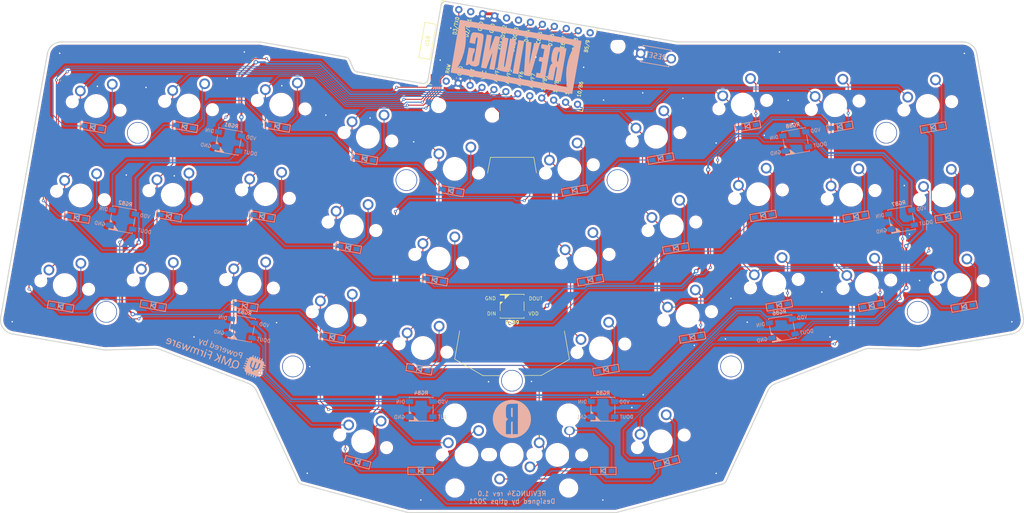
<source format=kicad_pcb>
(kicad_pcb (version 20171130) (host pcbnew "(5.1.10-1-10_14)")
  (title_block (title REVIUNG34) (date 2021-03-17) (rev 1))
  (layers (0 F.Cu signal) (31 B.Cu signal) (34 B.Paste user) (35 F.Paste user) (36 B.SilkS user) (37 F.SilkS user) (38 B.Mask user) (39 F.Mask user) (44 Edge.Cuts user))
  (net 0 "")
  (net 1 "Net-(D1-Pad2)")
  (net 2 row0)
  (net 3 "Net-(D2-Pad2)")
  (net 4 "Net-(D3-Pad2)")
  (net 5 "Net-(D4-Pad2)")
  (net 6 "Net-(D5-Pad2)")
  (net 7 "Net-(D6-Pad2)")
  (net 8 row1)
  (net 9 "Net-(D7-Pad2)")
  (net 10 "Net-(D8-Pad2)")
  (net 11 "Net-(D9-Pad2)")
  (net 12 "Net-(D10-Pad2)")
  (net 13 "Net-(D11-Pad2)")
  (net 14 row2)
  (net 15 "Net-(D12-Pad2)")
  (net 16 "Net-(D13-Pad2)")
  (net 17 "Net-(D14-Pad2)")
  (net 18 "Net-(D15-Pad2)")
  (net 19 "Net-(D16-Pad2)")
  (net 20 row3)
  (net 21 "Net-(D17-Pad2)")
  (net 22 "Net-(D18-Pad2)")
  (net 23 "Net-(D19-Pad2)")
  (net 24 "Net-(D20-Pad2)")
  (net 25 "Net-(D21-Pad2)")
  (net 26 "Net-(D22-Pad2)")
  (net 27 "Net-(D23-Pad2)")
  (net 28 "Net-(D24-Pad2)")
  (net 29 "Net-(D25-Pad2)")
  (net 30 "Net-(D26-Pad2)")
  (net 31 "Net-(D27-Pad2)")
  (net 32 "Net-(D28-Pad2)")
  (net 33 "Net-(D29-Pad2)")
  (net 34 "Net-(D30-Pad2)")
  (net 35 "Net-(D31-Pad2)")
  (net 36 "Net-(D32-Pad2)")
  (net 37 "Net-(D33-Pad2)")
  (net 38 "Net-(D34-Pad2)")
  (net 39 reset)
  (net 40 GND)
  (net 41 LED)
  (net 42 "Net-(RGB1-Pad2)")
  (net 43 VCC)
  (net 44 "Net-(RGB2-Pad2)")
  (net 45 "Net-(RGB3-Pad2)")
  (net 46 "Net-(RGB4-Pad2)")
  (net 47 "Net-(RGB5-Pad2)")
  (net 48 "Net-(RGB6-Pad2)")
  (net 49 "Net-(RGB7-Pad2)")
  (net 50 "Net-(RGB8-Pad2)")
  (net 51 col0)
  (net 52 col1)
  (net 53 col2)
  (net 54 col3)
  (net 55 col4)
  (net 56 col5)
  (net 57 col6)
  (net 58 col7)
  (net 59 col8)
  (net 60 "Net-(U1-Pad2)")
  (net 61 "Net-(U1-Pad5)")
  (net 62 "Net-(U1-Pad6)")
  (net 63 "Net-(U1-Pad12)")
  (net 64 "Net-(U1-Pad24)")
  (net 65 "Net-(RGB9-Pad2)")
  (module _reviung-kbd:R-x4-ver1 (layer B.Cu) (at 137.91 117.96 180)
    (fp_text reference G*** hide)
    (fp_text value LOGO hide)
  )
  (module _reviung-kbd:reviung-logo (layer B.Cu) (at 138.75 42 170)
    (fp_text reference G*** hide)
    (fp_text value LOGO hide)
  )
  (module _reviung-kbd:QMK-x4-ver1 (layer B.Cu) (at 75.96 104.11 160)
    (fp_text reference G*** hide)
    (fp_text value LOGO hide)
  )
  (module _reviung-kbd:ProMicro (layer F.Cu) (at 139.71 42.23 80)
    (fp_text reference U1 hide)
    (fp_text value ProMicro hide)
    (fp_text user "" (at -1.2515 -16.256 80) (layer B.SilkS) (effects (justify mirror)))
    (fp_text user "" (at -0.545 -20.1 80) (layer F.SilkS))
    (fp_text user RAW (at -4.995 -14.5 80 unlocked) (layer F.SilkS) (effects (font (size 0.75 0.67) (thickness 0.125))))
    (fp_text user GND (at -4.995 -11.95 80 unlocked) (layer F.SilkS) (effects (font (size 0.75 0.67) (thickness 0.125))))
    (fp_text user RST (at -4.995 -9.4 80 unlocked) (layer F.SilkS) (effects (font (size 0.75 0.67) (thickness 0.125))))
    (fp_text user VCC (at -4.995 -6.95 80 unlocked) (layer F.SilkS) (effects (font (size 0.75 0.67) (thickness 0.125))))
    (fp_text user A3/F4 (at -4.395 -4.25 80 unlocked) (layer F.SilkS) (effects (font (size 0.75 0.67) (thickness 0.125))))
    (fp_text user A2/F5 (at -4.395 -1.75 80 unlocked) (layer F.SilkS) (effects (font (size 0.75 0.67) (thickness 0.125))))
    (fp_text user A1/F6 (at -4.395 0.75 80 unlocked) (layer F.SilkS) (effects (font (size 0.75 0.67) (thickness 0.125))))
    (fp_text user A0/F7 (at -4.395 3.3 80 unlocked) (layer F.SilkS) (effects (font (size 0.75 0.67) (thickness 0.125))))
    (fp_text user 15/B1 (at -4.395 5.85 80 unlocked) (layer F.SilkS) (effects (font (size 0.75 0.67) (thickness 0.125))))
    (fp_text user 14/B3 (at -4.395 8.4 80 unlocked) (layer F.SilkS) (effects (font (size 0.75 0.67) (thickness 0.125))))
    (fp_text user 10/B6 (at -4.395 13.45 80 unlocked) (layer F.SilkS) (effects (font (size 0.75 0.67) (thickness 0.125))))
    (fp_text user 16/B2 (at -4.395 10.95 80 unlocked) (layer F.SilkS) (effects (font (size 0.75 0.67) (thickness 0.125))))
    (fp_text user E6/7 (at 4.705 8.25 80 unlocked) (layer F.SilkS) (effects (font (size 0.75 0.67) (thickness 0.125))))
    (fp_text user D7/6 (at 4.705 5.7 80 unlocked) (layer F.SilkS) (effects (font (size 0.75 0.67) (thickness 0.125))))
    (fp_text user GND (at 4.955 -9.35 80 unlocked) (layer F.SilkS) (effects (font (size 0.75 0.67) (thickness 0.125))))
    (fp_text user GND (at 4.955 -6.9 80 unlocked) (layer F.SilkS) (effects (font (size 0.75 0.67) (thickness 0.125))))
    (fp_text user D3/TX0 (at 4.155 -14.45 80 unlocked) (layer F.SilkS) (effects (font (size 0.75 0.67) (thickness 0.125))))
    (fp_text user D4/4 (at 4.705 0.6 80 unlocked) (layer F.SilkS) (effects (font (size 0.75 0.67) (thickness 0.125))))
    (fp_text user SDA/D1/2 (at 3.455 -4.4 80 unlocked) (layer F.SilkS) (effects (font (size 0.75 0.67) (thickness 0.125))))
    (fp_text user SCL/D0/3 (at 3.455 -1.9 80 unlocked) (layer F.SilkS) (effects (font (size 0.75 0.67) (thickness 0.125))))
    (fp_text user C6/5 (at 4.705 3.15 80 unlocked) (layer F.SilkS) (effects (font (size 0.75 0.67) (thickness 0.125))))
    (fp_text user B5/9 (at 4.705 13.3 80 unlocked) (layer F.SilkS) (effects (font (size 0.75 0.67) (thickness 0.125))))
    (fp_text user D2/RX1 (at 4.155 -11.9 80 unlocked) (layer F.SilkS) (effects (font (size 0.75 0.67) (thickness 0.125))))
    (fp_text user B4/8 (at 4.705 10.8 80 unlocked) (layer F.SilkS) (effects (font (size 0.75 0.67) (thickness 0.125))))
    (fp_text user USB (at 0 -19.8 80) (layer F.SilkS) (effects (font (size 0.75 0.75) (thickness 0.12))))
    (pad 24 thru_hole circle (at -7.6086 -14.478 80) (size 1.524 1.524) (drill 0.8128) (layers *.Cu *.Mask) (net 64 "Net-(U1-Pad24)"))
    (pad 23 thru_hole circle (at -7.6086 -11.938 80) (size 1.524 1.524) (drill 0.8128) (layers *.Cu *.Mask) (net 40 GND))
    (pad 22 thru_hole circle (at -7.6086 -9.398 80) (size 1.524 1.524) (drill 0.8128) (layers *.Cu *.Mask) (net 39 reset))
    (pad 21 thru_hole circle (at -7.6086 -6.858 80) (size 1.524 1.524) (drill 0.8128) (layers *.Cu *.Mask) (net 43 VCC))
    (pad 20 thru_hole circle (at -7.6086 -4.318 80) (size 1.524 1.524) (drill 0.8128) (layers *.Cu *.Mask) (net 2 row0))
    (pad 19 thru_hole circle (at -7.6086 -1.778 80) (size 1.524 1.524) (drill 0.8128) (layers *.Cu *.Mask) (net 8 row1))
    (pad 18 thru_hole circle (at -7.6086 0.762 80) (size 1.524 1.524) (drill 0.8128) (layers *.Cu *.Mask) (net 14 row2))
    (pad 17 thru_hole circle (at -7.6086 3.302 80) (size 1.524 1.524) (drill 0.8128) (layers *.Cu *.Mask) (net 20 row3))
    (pad 16 thru_hole circle (at -7.6086 5.842 80) (size 1.524 1.524) (drill 0.8128) (layers *.Cu *.Mask) (net 56 col5))
    (pad 15 thru_hole circle (at -7.6086 8.382 80) (size 1.524 1.524) (drill 0.8128) (layers *.Cu *.Mask) (net 57 col6))
    (pad 14 thru_hole circle (at -7.6086 10.922 80) (size 1.524 1.524) (drill 0.8128) (layers *.Cu *.Mask) (net 58 col7))
    (pad 13 thru_hole circle (at -7.6086 13.462 80) (size 1.524 1.524) (drill 0.8128) (layers *.Cu *.Mask) (net 59 col8))
    (pad 12 thru_hole circle (at 7.6114 13.462 80) (size 1.524 1.524) (drill 0.8128) (layers *.Cu *.Mask) (net 63 "Net-(U1-Pad12)"))
    (pad 11 thru_hole circle (at 7.6114 10.922 80) (size 1.524 1.524) (drill 0.8128) (layers *.Cu *.Mask) (net 55 col4))
    (pad 10 thru_hole circle (at 7.6114 8.382 80) (size 1.524 1.524) (drill 0.8128) (layers *.Cu *.Mask) (net 54 col3))
    (pad 9 thru_hole circle (at 7.6114 5.842 80) (size 1.524 1.524) (drill 0.8128) (layers *.Cu *.Mask) (net 53 col2))
    (pad 8 thru_hole circle (at 7.6114 3.302 80) (size 1.524 1.524) (drill 0.8128) (layers *.Cu *.Mask) (net 52 col1))
    (pad 7 thru_hole circle (at 7.6114 0.762 80) (size 1.524 1.524) (drill 0.8128) (layers *.Cu *.Mask) (net 51 col0))
    (pad 6 thru_hole circle (at 7.6114 -1.778 80) (size 1.524 1.524) (drill 0.8128) (layers *.Cu *.Mask) (net 62 "Net-(U1-Pad6)"))
    (pad 5 thru_hole circle (at 7.6114 -4.318 80) (size 1.524 1.524) (drill 0.8128) (layers *.Cu *.Mask) (net 61 "Net-(U1-Pad5)"))
    (pad 4 thru_hole circle (at 7.6114 -6.858 80) (size 1.524 1.524) (drill 0.8128) (layers *.Cu *.Mask) (net 40 GND))
    (pad 3 thru_hole circle (at 7.6114 -9.398 80) (size 1.524 1.524) (drill 0.8128) (layers *.Cu *.Mask) (net 40 GND))
    (pad 2 thru_hole circle (at 7.6114 -11.938 80) (size 1.524 1.524) (drill 0.8128) (layers *.Cu *.Mask) (net 60 "Net-(U1-Pad2)"))
    (pad 1 thru_hole circle (at 7.6114 -14.478 80) (size 1.524 1.524) (drill 0.8128) (layers *.Cu *.Mask) (net 41 LED))
  )
  (module _reviung-kbd:MXOnly-1U-NoLED (layer F.Cu) (at 186.26 52.12 10)
    (fp_text reference SW21)
    (fp_text value SW_PUSH)
    (pad 2 thru_hole circle (at 2.54 -5.08 10) (size 2.25 2.25) (drill 1.47) (layers *.Cu B.Mask) (net 25 "Net-(D21-Pad2)"))
    (pad "" np_thru_hole circle (at 0 0 10) (size 3.9878 3.9878) (drill 3.9878) (layers *.Cu *.Mask))
    (pad 1 thru_hole circle (at -3.81 -2.54 10) (size 2.25 2.25) (drill 1.47) (layers *.Cu B.Mask) (net 58 col7))
    (pad "" np_thru_hole circle (at -5.08 0 58.0996) (size 1.75 1.75) (drill 1.75) (layers *.Cu *.Mask))
    (pad "" np_thru_hole circle (at 5.08 0 58.0996) (size 1.75 1.75) (drill 1.75) (layers *.Cu *.Mask))
  )
  (module _reviung-kbd:HOLE_2.2mm (layer F.Cu) (at 160.11 39.87)
    (fp_text reference Ref**)
    (fp_text value Val**)
    (pad "" np_thru_hole circle (at 0 0) (size 2.2 2.2) (drill 2.2) (layers *.Cu *.Mask))
  )
  (module _reviung-kbd:HOLE_2.2mm (layer F.Cu) (at 133.81 54.32)
    (fp_text reference Ref**)
    (fp_text value Val**)
    (pad "" np_thru_hole circle (at 0 0) (size 2.2 2.2) (drill 2.2) (layers *.Cu *.Mask))
  )
  (module _reviung-kbd:HOLE_2.2mm (layer F.Cu) (at 122.56 52.32)
    (fp_text reference Ref**)
    (fp_text value Val**)
    (pad "" np_thru_hole circle (at 0 0) (size 2.2 2.2) (drill 2.2) (layers *.Cu *.Mask))
  )
  (module _reviung-kbd:HOLE_4.2mm (layer F.Cu) (at 222.91 95.53)
    (fp_text reference H9 hide)
    (fp_text value HOLE_4.2mm hide)
    (pad 1 thru_hole circle (at 0 0) (size 4.5 4.5) (drill 4.2) (layers *.Cu *.Mask))
  )
  (module _reviung-kbd:HOLE_4.2mm (layer F.Cu) (at 216.32 58.02)
    (fp_text reference H8 hide)
    (fp_text value HOLE_4.2mm hide)
    (pad 1 thru_hole circle (at 0 0) (size 4.5 4.5) (drill 4.2) (layers *.Cu *.Mask))
  )
  (module _reviung-kbd:HOLE_4.2mm (layer F.Cu) (at 160.02 67.94)
    (fp_text reference H6 hide)
    (fp_text value HOLE_4.2mm hide)
    (pad 1 thru_hole circle (at 0 0) (size 4.5 4.5) (drill 4.2) (layers *.Cu *.Mask))
  )
  (module _reviung-kbd:HOLE_4.2mm (layer F.Cu) (at 183.8 106.98)
    (fp_text reference H7 hide)
    (fp_text value HOLE_4.2mm hide)
    (pad 1 thru_hole circle (at 0 0) (size 4.5 4.5) (drill 4.2) (layers *.Cu *.Mask))
  )
  (module _reviung-kbd:HOLE_4.2mm (layer F.Cu) (at 137.91 109.96)
    (fp_text reference H5 hide)
    (fp_text value HOLE_4.2mm hide)
    (pad 1 thru_hole circle (at 0 0) (size 4.5 4.5) (drill 4.2) (layers *.Cu *.Mask))
  )
  (module _reviung-kbd:HOLE_4.2mm (layer F.Cu) (at 115.8 67.94)
    (fp_text reference H3 hide)
    (fp_text value HOLE_4.2mm hide)
    (pad 1 thru_hole circle (at 0 0) (size 4.5 4.5) (drill 4.2) (layers *.Cu *.Mask))
  )
  (module _reviung-kbd:HOLE_4.2mm (layer F.Cu) (at 92.02 106.97)
    (fp_text reference H4 hide)
    (fp_text value HOLE_4.2mm hide)
    (pad 1 thru_hole circle (at 0 0) (size 4.5 4.5) (drill 4.2) (layers *.Cu *.Mask))
  )
  (module _reviung-kbd:HOLE_4.2mm (layer F.Cu) (at 52.92 95.54)
    (fp_text reference H2 hide)
    (fp_text value HOLE_4.2mm hide)
    (pad 1 thru_hole circle (at 0 0) (size 4.5 4.5) (drill 4.2) (layers *.Cu *.Mask))
  )
  (module _reviung-kbd:HOLE_4.2mm (layer F.Cu) (at 59.54 58.03)
    (fp_text reference H1 hide)
    (fp_text value HOLE_4.2mm hide)
    (pad 1 thru_hole circle (at 0 0) (size 4.5 4.5) (drill 4.2) (layers *.Cu *.Mask))
  )
  (module _reviung-kbd:MXOnly-2U-NoLED-or1Ux2 (layer F.Cu) (at 137.87 125.46 180)
    (fp_text reference SW35)
    (fp_text value SW_PUSH)
    (pad "" np_thru_hole circle (at 11.90625 8.255 180) (size 3.9878 3.9878) (drill 3.9878) (layers *.Cu *.Mask))
    (pad "" np_thru_hole circle (at -11.90625 8.255 180) (size 3.9878 3.9878) (drill 3.9878) (layers *.Cu *.Mask))
    (pad "" np_thru_hole circle (at 11.90625 -6.985 180) (size 3.048 3.048) (drill 3.048) (layers *.Cu *.Mask))
    (pad "" np_thru_hole circle (at -11.90625 -6.985 180) (size 3.048 3.048) (drill 3.048) (layers *.Cu *.Mask))
    (pad "" np_thru_hole oval (at 4.76 0.02 180) (size 2.4 1.8) (drill oval 2.4 1.8) (layers *.Cu *.Mask))
    (pad "" np_thru_hole oval (at -4.76 0.02 180) (size 2.4 1.8) (drill oval 2.4 1.8) (layers *.Cu *.Mask))
    (pad 1 thru_hole circle (at -3.81 -2.54 180) (size 2.25 2.25) (drill 1.47) (layers *.Cu B.Mask) (net 55 col4))
    (pad "" np_thru_hole circle (at 0 0 180) (size 3.9878 3.9878) (drill 3.9878) (layers *.Cu *.Mask))
    (pad 2 thru_hole circle (at 2.54 -5.08 180) (size 2.25 2.25) (drill 1.47) (layers *.Cu B.Mask) (net 22 "Net-(D18-Pad2)"))
  )
  (module _reviung-kbd:D3_SMD_1side (layer B.Cu) (at 50.08 56.9 350)
    (fp_text reference D1 hide)
    (fp_text value 1N4148W hide)
    (pad 2 smd rect (at 1.775 0 350) (size 1.3 0.95) (layers B.Cu B.Paste B.Mask) (net 1 "Net-(D1-Pad2)"))
    (pad 1 smd rect (at -1.775 0 350) (size 1.3 0.95) (layers B.Cu B.Paste B.Mask) (net 2 row0))
  )
  (module _reviung-kbd:D3_SMD_1side (layer B.Cu) (at 69.33 56.76 350)
    (fp_text reference D2 hide)
    (fp_text value 1N4148W hide)
    (pad 2 smd rect (at 1.775 0 350) (size 1.3 0.95) (layers B.Cu B.Paste B.Mask) (net 3 "Net-(D2-Pad2)"))
    (pad 1 smd rect (at -1.775 0 350) (size 1.3 0.95) (layers B.Cu B.Paste B.Mask) (net 2 row0))
  )
  (module _reviung-kbd:D3_SMD_1side (layer B.Cu) (at 88.71 56.71 350)
    (fp_text reference D3 hide)
    (fp_text value 1N4148W hide)
    (pad 2 smd rect (at 1.775 0 350) (size 1.3 0.95) (layers B.Cu B.Paste B.Mask) (net 4 "Net-(D3-Pad2)"))
    (pad 1 smd rect (at -1.775 0 350) (size 1.3 0.95) (layers B.Cu B.Paste B.Mask) (net 2 row0))
  )
  (module _reviung-kbd:D3_SMD_1side (layer B.Cu) (at 107.03 63.49 350)
    (fp_text reference D4 hide)
    (fp_text value 1N4148W hide)
    (pad 2 smd rect (at 1.775 0 350) (size 1.3 0.95) (layers B.Cu B.Paste B.Mask) (net 5 "Net-(D4-Pad2)"))
    (pad 1 smd rect (at -1.775 0 350) (size 1.3 0.95) (layers B.Cu B.Paste B.Mask) (net 2 row0))
  )
  (module _reviung-kbd:D3_SMD_1side (layer B.Cu) (at 125.11 70.2 350)
    (fp_text reference D5 hide)
    (fp_text value 1N4148W hide)
    (pad 1 smd rect (at -1.775 0 350) (size 1.3 0.95) (layers B.Cu B.Paste B.Mask) (net 2 row0))
    (pad 2 smd rect (at 1.775 0 350) (size 1.3 0.95) (layers B.Cu B.Paste B.Mask) (net 6 "Net-(D5-Pad2)"))
  )
  (module _reviung-kbd:D3_SMD_1side (layer B.Cu) (at 46.74 75.8 350)
    (fp_text reference D6 hide)
    (fp_text value 1N4148W hide)
    (pad 2 smd rect (at 1.775 0 350) (size 1.3 0.95) (layers B.Cu B.Paste B.Mask) (net 7 "Net-(D6-Pad2)"))
    (pad 1 smd rect (at -1.775 0 350) (size 1.3 0.95) (layers B.Cu B.Paste B.Mask) (net 8 row1))
  )
  (module _reviung-kbd:D3_SMD_1side (layer B.Cu) (at 66.05 75.49 350)
    (fp_text reference D7 hide)
    (fp_text value 1N4148W hide)
    (pad 2 smd rect (at 1.775 0 350) (size 1.3 0.95) (layers B.Cu B.Paste B.Mask) (net 9 "Net-(D7-Pad2)"))
    (pad 1 smd rect (at -1.775 0 350) (size 1.3 0.95) (layers B.Cu B.Paste B.Mask) (net 8 row1))
  )
  (module _reviung-kbd:D3_SMD_1side (layer B.Cu) (at 85.56 75.53 350)
    (fp_text reference D8 hide)
    (fp_text value 1N4148W hide)
    (pad 2 smd rect (at 1.775 0 350) (size 1.3 0.95) (layers B.Cu B.Paste B.Mask) (net 10 "Net-(D8-Pad2)"))
    (pad 1 smd rect (at -1.775 0 350) (size 1.3 0.95) (layers B.Cu B.Paste B.Mask) (net 8 row1))
  )
  (module _reviung-kbd:D3_SMD_1side (layer B.Cu) (at 103.61 82.1 350)
    (fp_text reference D9 hide)
    (fp_text value 1N4148W hide)
    (pad 1 smd rect (at -1.775 0 350) (size 1.3 0.95) (layers B.Cu B.Paste B.Mask) (net 8 row1))
    (pad 2 smd rect (at 1.775 0 350) (size 1.3 0.95) (layers B.Cu B.Paste B.Mask) (net 11 "Net-(D9-Pad2)"))
  )
  (module _reviung-kbd:D3_SMD_1side (layer B.Cu) (at 121.71 88.87 350)
    (fp_text reference D10 hide)
    (fp_text value 1N4148W hide)
    (pad 1 smd rect (at -1.775 0 350) (size 1.3 0.95) (layers B.Cu B.Paste B.Mask) (net 8 row1))
    (pad 2 smd rect (at 1.775 0 350) (size 1.3 0.95) (layers B.Cu B.Paste B.Mask) (net 12 "Net-(D10-Pad2)"))
  )
  (module _reviung-kbd:D3_SMD_1side (layer B.Cu) (at 43.37 94.42 350)
    (fp_text reference D11 hide)
    (fp_text value 1N4148W hide)
    (pad 2 smd rect (at 1.775 0 350) (size 1.3 0.95) (layers B.Cu B.Paste B.Mask) (net 13 "Net-(D11-Pad2)"))
    (pad 1 smd rect (at -1.775 0 350) (size 1.3 0.95) (layers B.Cu B.Paste B.Mask) (net 14 row2))
  )
  (module _reviung-kbd:D3_SMD_1side (layer B.Cu) (at 62.76 94.23 350)
    (fp_text reference D12 hide)
    (fp_text value 1N4148W hide)
    (pad 2 smd rect (at 1.775 0 350) (size 1.3 0.95) (layers B.Cu B.Paste B.Mask) (net 15 "Net-(D12-Pad2)"))
    (pad 1 smd rect (at -1.775 0 350) (size 1.3 0.95) (layers B.Cu B.Paste B.Mask) (net 14 row2))
  )
  (module _reviung-kbd:D3_SMD_1side (layer B.Cu) (at 81.98 94.26 350)
    (fp_text reference D13 hide)
    (fp_text value 1N4148W hide)
    (pad 2 smd rect (at 1.775 0 350) (size 1.3 0.95) (layers B.Cu B.Paste B.Mask) (net 16 "Net-(D13-Pad2)"))
    (pad 1 smd rect (at -1.775 0 350) (size 1.3 0.95) (layers B.Cu B.Paste B.Mask) (net 14 row2))
  )
  (module _reviung-kbd:D3_SMD_1side (layer B.Cu) (at 100.26 100.87 350)
    (fp_text reference D14 hide)
    (fp_text value 1N4148W hide)
    (pad 1 smd rect (at -1.775 0 350) (size 1.3 0.95) (layers B.Cu B.Paste B.Mask) (net 14 row2))
    (pad 2 smd rect (at 1.775 0 350) (size 1.3 0.95) (layers B.Cu B.Paste B.Mask) (net 17 "Net-(D14-Pad2)"))
  )
  (module _reviung-kbd:D3_SMD_1side (layer B.Cu) (at 118.48 107.56 350)
    (fp_text reference D15 hide)
    (fp_text value 1N4148W hide)
    (pad 1 smd rect (at -1.775 0 350) (size 1.3 0.95) (layers B.Cu B.Paste B.Mask) (net 14 row2))
    (pad 2 smd rect (at 1.775 0 350) (size 1.3 0.95) (layers B.Cu B.Paste B.Mask) (net 18 "Net-(D15-Pad2)"))
  )
  (module _reviung-kbd:D3_SMD_1side (layer B.Cu) (at 105.56 127.04 345)
    (fp_text reference D16 hide)
    (fp_text value 1N4148W hide)
    (pad 2 smd rect (at 1.775 0 345) (size 1.3 0.95) (layers B.Cu B.Paste B.Mask) (net 19 "Net-(D16-Pad2)"))
    (pad 1 smd rect (at -1.775 0 345) (size 1.3 0.95) (layers B.Cu B.Paste B.Mask) (net 20 row3))
  )
  (module _reviung-kbd:D3_SMD_1side (layer B.Cu) (at 118.8 128.85)
    (fp_text reference D17 hide)
    (fp_text value 1N4148W hide)
    (pad 2 smd rect (at 1.775 0) (size 1.3 0.95) (layers B.Cu B.Paste B.Mask) (net 21 "Net-(D17-Pad2)"))
    (pad 1 smd rect (at -1.775 0) (size 1.3 0.95) (layers B.Cu B.Paste B.Mask) (net 20 row3))
  )
  (module _reviung-kbd:D3_SMD_1side (layer B.Cu) (at 157.02 128.85)
    (fp_text reference D18 hide)
    (fp_text value 1N4148W hide)
    (pad 2 smd rect (at 1.775 0) (size 1.3 0.95) (layers B.Cu B.Paste B.Mask) (net 22 "Net-(D18-Pad2)"))
    (pad 1 smd rect (at -1.775 0) (size 1.3 0.95) (layers B.Cu B.Paste B.Mask) (net 20 row3))
  )
  (module _reviung-kbd:D3_SMD_1side (layer B.Cu) (at 151.06 70.12 10)
    (fp_text reference D19 hide)
    (fp_text value 1N4148W hide)
    (pad 1 smd rect (at -1.775 0 10) (size 1.3 0.95) (layers B.Cu B.Paste B.Mask) (net 2 row0))
    (pad 2 smd rect (at 1.775 0 10) (size 1.3 0.95) (layers B.Cu B.Paste B.Mask) (net 23 "Net-(D19-Pad2)"))
  )
  (module _reviung-kbd:D3_SMD_1side (layer B.Cu) (at 169.06 63.43 10)
    (fp_text reference D20 hide)
    (fp_text value 1N4148W hide)
    (pad 1 smd rect (at -1.775 0 10) (size 1.3 0.95) (layers B.Cu B.Paste B.Mask) (net 2 row0))
    (pad 2 smd rect (at 1.775 0 10) (size 1.3 0.95) (layers B.Cu B.Paste B.Mask) (net 24 "Net-(D20-Pad2)"))
  )
  (module _reviung-kbd:D3_SMD_1side (layer B.Cu) (at 187.26 56.69 10)
    (fp_text reference D21 hide)
    (fp_text value 1N4148W hide)
    (pad 1 smd rect (at -1.775 0 10) (size 1.3 0.95) (layers B.Cu B.Paste B.Mask) (net 2 row0))
    (pad 2 smd rect (at 1.775 0 10) (size 1.3 0.95) (layers B.Cu B.Paste B.Mask) (net 25 "Net-(D21-Pad2)"))
  )
  (module _reviung-kbd:D3_SMD_1side (layer B.Cu) (at 206.6 56.78 10)
    (fp_text reference D22 hide)
    (fp_text value 1N4148W hide)
    (pad 1 smd rect (at -1.775 0 10) (size 1.3 0.95) (layers B.Cu B.Paste B.Mask) (net 2 row0))
    (pad 2 smd rect (at 1.775 0 10) (size 1.3 0.95) (layers B.Cu B.Paste B.Mask) (net 26 "Net-(D22-Pad2)"))
  )
  (module _reviung-kbd:D3_SMD_1side (layer B.Cu) (at 154.35 88.91 10)
    (fp_text reference D23 hide)
    (fp_text value 1N4148W hide)
    (pad 1 smd rect (at -1.775 0 10) (size 1.3 0.95) (layers B.Cu B.Paste B.Mask) (net 8 row1))
    (pad 2 smd rect (at 1.775 0 10) (size 1.3 0.95) (layers B.Cu B.Paste B.Mask) (net 27 "Net-(D23-Pad2)"))
  )
  (module _reviung-kbd:D3_SMD_1side (layer B.Cu) (at 172.25 82.25 10)
    (fp_text reference D24 hide)
    (fp_text value 1N4148W hide)
    (pad 1 smd rect (at -1.775 0 10) (size 1.3 0.95) (layers B.Cu B.Paste B.Mask) (net 8 row1))
    (pad 2 smd rect (at 1.775 0 10) (size 1.3 0.95) (layers B.Cu B.Paste B.Mask) (net 28 "Net-(D24-Pad2)"))
  )
  (module _reviung-kbd:D3_SMD_1side (layer B.Cu) (at 190.54 75.44 10)
    (fp_text reference D25 hide)
    (fp_text value 1N4148W hide)
    (pad 1 smd rect (at -1.775 0 10) (size 1.3 0.95) (layers B.Cu B.Paste B.Mask) (net 8 row1))
    (pad 2 smd rect (at 1.775 0 10) (size 1.3 0.95) (layers B.Cu B.Paste B.Mask) (net 29 "Net-(D25-Pad2)"))
  )
  (module _reviung-kbd:D3_SMD_1side (layer B.Cu) (at 209.99 75.59 10)
    (fp_text reference D26 hide)
    (fp_text value 1N4148W hide)
    (pad 1 smd rect (at -1.775 0 10) (size 1.3 0.95) (layers B.Cu B.Paste B.Mask) (net 8 row1))
    (pad 2 smd rect (at 1.775 0 10) (size 1.3 0.95) (layers B.Cu B.Paste B.Mask) (net 30 "Net-(D26-Pad2)"))
  )
  (module _reviung-kbd:D3_SMD_1side (layer B.Cu) (at 157.61 107.72 10)
    (fp_text reference D27 hide)
    (fp_text value 1N4148W hide)
    (pad 1 smd rect (at -1.775 0 10) (size 1.3 0.95) (layers B.Cu B.Paste B.Mask) (net 14 row2))
    (pad 2 smd rect (at 1.775 0 10) (size 1.3 0.95) (layers B.Cu B.Paste B.Mask) (net 31 "Net-(D27-Pad2)"))
  )
  (module _reviung-kbd:D3_SMD_1side (layer B.Cu) (at 175.71 100.92 10)
    (fp_text reference D28 hide)
    (fp_text value 1N4148W hide)
    (pad 1 smd rect (at -1.775 0 10) (size 1.3 0.95) (layers B.Cu B.Paste B.Mask) (net 14 row2))
    (pad 2 smd rect (at 1.775 0 10) (size 1.3 0.95) (layers B.Cu B.Paste B.Mask) (net 32 "Net-(D28-Pad2)"))
  )
  (module _reviung-kbd:D3_SMD_1side (layer B.Cu) (at 193.9 94.18 10)
    (fp_text reference D29 hide)
    (fp_text value 1N4148W hide)
    (pad 1 smd rect (at -1.775 0 10) (size 1.3 0.95) (layers B.Cu B.Paste B.Mask) (net 14 row2))
    (pad 2 smd rect (at 1.775 0 10) (size 1.3 0.95) (layers B.Cu B.Paste B.Mask) (net 33 "Net-(D29-Pad2)"))
  )
  (module _reviung-kbd:D3_SMD_1side (layer B.Cu) (at 213.27 94.25 10)
    (fp_text reference D30 hide)
    (fp_text value 1N4148W hide)
    (pad 1 smd rect (at -1.775 0 10) (size 1.3 0.95) (layers B.Cu B.Paste B.Mask) (net 14 row2))
    (pad 2 smd rect (at 1.775 0 10) (size 1.3 0.95) (layers B.Cu B.Paste B.Mask) (net 34 "Net-(D30-Pad2)"))
  )
  (module _reviung-kbd:D3_SMD_1side (layer B.Cu) (at 226.16 56.92 10)
    (fp_text reference D31 hide)
    (fp_text value 1N4148W hide)
    (pad 2 smd rect (at 1.775 0 10) (size 1.3 0.95) (layers B.Cu B.Paste B.Mask) (net 35 "Net-(D31-Pad2)"))
    (pad 1 smd rect (at -1.775 0 10) (size 1.3 0.95) (layers B.Cu B.Paste B.Mask) (net 20 row3))
  )
  (module _reviung-kbd:D3_SMD_1side (layer B.Cu) (at 229.25 75.73 10)
    (fp_text reference D32 hide)
    (fp_text value 1N4148W hide)
    (pad 2 smd rect (at 1.775 0 10) (size 1.3 0.95) (layers B.Cu B.Paste B.Mask) (net 36 "Net-(D32-Pad2)"))
    (pad 1 smd rect (at -1.775 0 10) (size 1.3 0.95) (layers B.Cu B.Paste B.Mask) (net 20 row3))
  )
  (module _reviung-kbd:D3_SMD_1side (layer B.Cu) (at 232.64 94.43 10)
    (fp_text reference D33 hide)
    (fp_text value 1N4148W hide)
    (pad 2 smd rect (at 1.775 0 10) (size 1.3 0.95) (layers B.Cu B.Paste B.Mask) (net 37 "Net-(D33-Pad2)"))
    (pad 1 smd rect (at -1.775 0 10) (size 1.3 0.95) (layers B.Cu B.Paste B.Mask) (net 20 row3))
  )
  (module _reviung-kbd:D3_SMD_1side (layer B.Cu) (at 170.31 127.03 15)
    (fp_text reference D34 hide)
    (fp_text value 1N4148W hide)
    (pad 2 smd rect (at 1.775 0 15) (size 1.3 0.95) (layers B.Cu B.Paste B.Mask) (net 38 "Net-(D34-Pad2)"))
    (pad 1 smd rect (at -1.775 0 15) (size 1.3 0.95) (layers B.Cu B.Paste B.Mask) (net 20 row3))
  )
  (module _reviung-kbd:ResetSW_1side (layer B.Cu) (at 168.08 41.95 350)
    (fp_text reference RESET1 hide)
    (fp_text value SW_PUSH)
    (fp_text user RESET (at 0 0 350) (layer B.SilkS) (effects (justify mirror)))
    (pad 1 thru_hole circle (at 3.25 0 350) (size 2 2) (drill 1.3) (layers *.Cu *.Mask) (net 39 reset))
    (pad 2 thru_hole circle (at -3.25 0 350) (size 2 2) (drill 1.3) (layers *.Cu *.Mask) (net 40 GND))
  )
  (module _reviung-kbd:LED_WS2812B_PLCC4_5.0x5.0mm_P3.2mm (layer B.Cu) (at 78.55 59.85 170)
    (fp_text reference RGB1 (at 0 3.4 350) (layer B.SilkS) (effects (font (size 0.75 0.75)) (justify mirror)))
    (fp_text value WS2812B)
    (fp_text user DOUT (at -4.95 -1.6 350) (layer B.SilkS) (effects (font (size 0.75 0.75) (thickness 0.1)) (justify mirror)))
    (fp_text user VDD (at -4.5 1.55 350) (layer B.SilkS) (effects (font (size 0.75 0.75) (thickness 0.1)) (justify mirror)))
    (fp_text user DIN (at 4.3 1.55 350) (layer B.SilkS) (effects (font (size 0.75 0.75) (thickness 0.1)) (justify mirror)))
    (fp_text user GND (at 4.55 -1.64 350) (layer B.SilkS) (effects (font (size 0.75 0.75) (thickness 0.1)) (justify mirror)))
    (pad 3 smd rect (at 2.45 -1.6 170) (size 1.5 1) (layers B.Cu B.Paste B.Mask) (net 40 GND))
    (pad 4 smd rect (at 2.45 1.6 170) (size 1.5 1) (layers B.Cu B.Paste B.Mask) (net 41 LED))
    (pad 2 smd rect (at -2.45 -1.6 170) (size 1.5 1) (layers B.Cu B.Paste B.Mask) (net 42 "Net-(RGB1-Pad2)"))
    (pad 1 smd rect (at -2.45 1.6 170) (size 1.5 1) (layers B.Cu B.Paste B.Mask) (net 43 VCC))
  )
  (module _reviung-kbd:LED_WS2812B_PLCC4_5.0x5.0mm_P3.2mm (layer B.Cu) (at 56.34 76.22 170)
    (fp_text reference RGB2 (at 0 3.4 350) (layer B.SilkS) (effects (font (size 0.75 0.75)) (justify mirror)))
    (fp_text value WS2812B)
    (fp_text user DOUT (at -4.95 -1.6 350) (layer B.SilkS) (effects (font (size 0.75 0.75) (thickness 0.1)) (justify mirror)))
    (fp_text user VDD (at -4.5 1.55 350) (layer B.SilkS) (effects (font (size 0.75 0.75) (thickness 0.1)) (justify mirror)))
    (fp_text user DIN (at 4.3 1.55 350) (layer B.SilkS) (effects (font (size 0.75 0.75) (thickness 0.1)) (justify mirror)))
    (fp_text user GND (at 4.55 -1.64 350) (layer B.SilkS) (effects (font (size 0.75 0.75) (thickness 0.1)) (justify mirror)))
    (pad 3 smd rect (at 2.45 -1.6 170) (size 1.5 1) (layers B.Cu B.Paste B.Mask) (net 40 GND))
    (pad 4 smd rect (at 2.45 1.6 170) (size 1.5 1) (layers B.Cu B.Paste B.Mask) (net 42 "Net-(RGB1-Pad2)"))
    (pad 2 smd rect (at -2.45 -1.6 170) (size 1.5 1) (layers B.Cu B.Paste B.Mask) (net 44 "Net-(RGB2-Pad2)"))
    (pad 1 smd rect (at -2.45 1.6 170) (size 1.5 1) (layers B.Cu B.Paste B.Mask) (net 43 VCC))
  )
  (module _reviung-kbd:LED_WS2812B_PLCC4_5.0x5.0mm_P3.2mm (layer B.Cu) (at 81.31 99.01 170)
    (fp_text reference RGB3 (at 0 3.4 350) (layer B.SilkS) (effects (font (size 0.75 0.75)) (justify mirror)))
    (fp_text value WS2812B)
    (fp_text user GND (at 4.55 -1.64 350) (layer B.SilkS) (effects (font (size 0.75 0.75) (thickness 0.1)) (justify mirror)))
    (fp_text user DIN (at 4.3 1.55 350) (layer B.SilkS) (effects (font (size 0.75 0.75) (thickness 0.1)) (justify mirror)))
    (fp_text user VDD (at -4.5 1.55 350) (layer B.SilkS) (effects (font (size 0.75 0.75) (thickness 0.1)) (justify mirror)))
    (fp_text user DOUT (at -4.95 -1.6 350) (layer B.SilkS) (effects (font (size 0.75 0.75) (thickness 0.1)) (justify mirror)))
    (pad 1 smd rect (at -2.45 1.6 170) (size 1.5 1) (layers B.Cu B.Paste B.Mask) (net 43 VCC))
    (pad 2 smd rect (at -2.45 -1.6 170) (size 1.5 1) (layers B.Cu B.Paste B.Mask) (net 45 "Net-(RGB3-Pad2)"))
    (pad 4 smd rect (at 2.45 1.6 170) (size 1.5 1) (layers B.Cu B.Paste B.Mask) (net 44 "Net-(RGB2-Pad2)"))
    (pad 3 smd rect (at 2.45 -1.6 170) (size 1.5 1) (layers B.Cu B.Paste B.Mask) (net 40 GND))
  )
  (module _reviung-kbd:LED_WS2812B_PLCC4_5.0x5.0mm_P3.2mm (layer B.Cu) (at 118.89 115.93 180)
    (fp_text reference RGB4 (at 0 3.4) (layer B.SilkS) (effects (font (size 0.75 0.75)) (justify mirror)))
    (fp_text value WS2812B)
    (fp_text user DOUT (at -4.95 -1.6) (layer B.SilkS) (effects (font (size 0.75 0.75) (thickness 0.1)) (justify mirror)))
    (fp_text user VDD (at -4.5 1.55) (layer B.SilkS) (effects (font (size 0.75 0.75) (thickness 0.1)) (justify mirror)))
    (fp_text user DIN (at 4.3 1.55) (layer B.SilkS) (effects (font (size 0.75 0.75) (thickness 0.1)) (justify mirror)))
    (fp_text user GND (at 4.55 -1.64) (layer B.SilkS) (effects (font (size 0.75 0.75) (thickness 0.1)) (justify mirror)))
    (pad 3 smd rect (at 2.45 -1.6 180) (size 1.5 1) (layers B.Cu B.Paste B.Mask) (net 40 GND))
    (pad 4 smd rect (at 2.45 1.6 180) (size 1.5 1) (layers B.Cu B.Paste B.Mask) (net 45 "Net-(RGB3-Pad2)"))
    (pad 2 smd rect (at -2.45 -1.6 180) (size 1.5 1) (layers B.Cu B.Paste B.Mask) (net 46 "Net-(RGB4-Pad2)"))
    (pad 1 smd rect (at -2.45 1.6 180) (size 1.5 1) (layers B.Cu B.Paste B.Mask) (net 43 VCC))
  )
  (module _reviung-kbd:LED_WS2812B_PLCC4_5.0x5.0mm_P3.2mm (layer B.Cu) (at 156.97 115.93 180)
    (fp_text reference RGB5 (at 0 3.4) (layer B.SilkS) (effects (font (size 0.75 0.75)) (justify mirror)))
    (fp_text value WS2812B)
    (fp_text user GND (at 4.55 -1.64) (layer B.SilkS) (effects (font (size 0.75 0.75) (thickness 0.1)) (justify mirror)))
    (fp_text user DIN (at 4.3 1.55) (layer B.SilkS) (effects (font (size 0.75 0.75) (thickness 0.1)) (justify mirror)))
    (fp_text user VDD (at -4.5 1.55) (layer B.SilkS) (effects (font (size 0.75 0.75) (thickness 0.1)) (justify mirror)))
    (fp_text user DOUT (at -4.95 -1.6) (layer B.SilkS) (effects (font (size 0.75 0.75) (thickness 0.1)) (justify mirror)))
    (pad 1 smd rect (at -2.45 1.6 180) (size 1.5 1) (layers B.Cu B.Paste B.Mask) (net 43 VCC))
    (pad 2 smd rect (at -2.45 -1.6 180) (size 1.5 1) (layers B.Cu B.Paste B.Mask) (net 47 "Net-(RGB5-Pad2)"))
    (pad 4 smd rect (at 2.45 1.6 180) (size 1.5 1) (layers B.Cu B.Paste B.Mask) (net 46 "Net-(RGB4-Pad2)"))
    (pad 3 smd rect (at 2.45 -1.6 180) (size 1.5 1) (layers B.Cu B.Paste B.Mask) (net 40 GND))
  )
  (module _reviung-kbd:LED_WS2812B_PLCC4_5.0x5.0mm_P3.2mm (layer B.Cu) (at 194.51 99.02 190)
    (fp_text reference RGB6 (at 0 3.4 190) (layer B.SilkS) (effects (font (size 0.75 0.75)) (justify mirror)))
    (fp_text value WS2812B)
    (fp_text user GND (at 4.55 -1.64 190) (layer B.SilkS) (effects (font (size 0.75 0.75) (thickness 0.1)) (justify mirror)))
    (fp_text user DIN (at 4.3 1.55 190) (layer B.SilkS) (effects (font (size 0.75 0.75) (thickness 0.1)) (justify mirror)))
    (fp_text user VDD (at -4.5 1.55 190) (layer B.SilkS) (effects (font (size 0.75 0.75) (thickness 0.1)) (justify mirror)))
    (fp_text user DOUT (at -4.95 -1.6 190) (layer B.SilkS) (effects (font (size 0.75 0.75) (thickness 0.1)) (justify mirror)))
    (pad 1 smd rect (at -2.45 1.6 190) (size 1.5 1) (layers B.Cu B.Paste B.Mask) (net 43 VCC))
    (pad 2 smd rect (at -2.45 -1.6 190) (size 1.5 1) (layers B.Cu B.Paste B.Mask) (net 48 "Net-(RGB6-Pad2)"))
    (pad 4 smd rect (at 2.45 1.6 190) (size 1.5 1) (layers B.Cu B.Paste B.Mask) (net 47 "Net-(RGB5-Pad2)"))
    (pad 3 smd rect (at 2.45 -1.6 190) (size 1.5 1) (layers B.Cu B.Paste B.Mask) (net 40 GND))
  )
  (module _reviung-kbd:LED_WS2812B_PLCC4_5.0x5.0mm_P3.2mm (layer B.Cu) (at 219.51 76.2 190)
    (fp_text reference RGB7 (at 0 3.4 190) (layer B.SilkS) (effects (font (size 0.75 0.75)) (justify mirror)))
    (fp_text value WS2812B)
    (fp_text user DOUT (at -4.95 -1.6 190) (layer B.SilkS) (effects (font (size 0.75 0.75) (thickness 0.1)) (justify mirror)))
    (fp_text user VDD (at -4.5 1.55 190) (layer B.SilkS) (effects (font (size 0.75 0.75) (thickness 0.1)) (justify mirror)))
    (fp_text user DIN (at 4.3 1.55 190) (layer B.SilkS) (effects (font (size 0.75 0.75) (thickness 0.1)) (justify mirror)))
    (fp_text user GND (at 4.55 -1.64 190) (layer B.SilkS) (effects (font (size 0.75 0.75) (thickness 0.1)) (justify mirror)))
    (pad 3 smd rect (at 2.45 -1.6 190) (size 1.5 1) (layers B.Cu B.Paste B.Mask) (net 40 GND))
    (pad 4 smd rect (at 2.45 1.6 190) (size 1.5 1) (layers B.Cu B.Paste B.Mask) (net 48 "Net-(RGB6-Pad2)"))
    (pad 2 smd rect (at -2.45 -1.6 190) (size 1.5 1) (layers B.Cu B.Paste B.Mask) (net 49 "Net-(RGB7-Pad2)"))
    (pad 1 smd rect (at -2.45 1.6 190) (size 1.5 1) (layers B.Cu B.Paste B.Mask) (net 43 VCC))
  )
  (module _reviung-kbd:LED_WS2812B_PLCC4_5.0x5.0mm_P3.2mm (layer B.Cu) (at 197.33 59.83 190)
    (fp_text reference RGB8 (at 0 3.4 190) (layer B.SilkS) (effects (font (size 0.75 0.75)) (justify mirror)))
    (fp_text value WS2812B)
    (fp_text user GND (at 4.55 -1.64 190) (layer B.SilkS) (effects (font (size 0.75 0.75) (thickness 0.1)) (justify mirror)))
    (fp_text user DIN (at 4.3 1.55 190) (layer B.SilkS) (effects (font (size 0.75 0.75) (thickness 0.1)) (justify mirror)))
    (fp_text user VDD (at -4.5 1.55 190) (layer B.SilkS) (effects (font (size 0.75 0.75) (thickness 0.1)) (justify mirror)))
    (fp_text user DOUT (at -4.95 -1.6 190) (layer B.SilkS) (effects (font (size 0.75 0.75) (thickness 0.1)) (justify mirror)))
    (pad 1 smd rect (at -2.45 1.6 190) (size 1.5 1) (layers B.Cu B.Paste B.Mask) (net 43 VCC))
    (pad 2 smd rect (at -2.45 -1.6 190) (size 1.5 1) (layers B.Cu B.Paste B.Mask) (net 50 "Net-(RGB8-Pad2)"))
    (pad 4 smd rect (at 2.45 1.6 190) (size 1.5 1) (layers B.Cu B.Paste B.Mask) (net 49 "Net-(RGB7-Pad2)"))
    (pad 3 smd rect (at 2.45 -1.6 190) (size 1.5 1) (layers B.Cu B.Paste B.Mask) (net 40 GND))
  )
  (module _reviung-kbd:LED_WS2812B_PLCC4_5.0x5.0mm_P3.2mm (layer F.Cu) (at 137.94 94.36 180)
    (fp_text reference RGB9 (at 0 -3.4) (layer F.SilkS) (effects (font (size 0.75 0.75))))
    (fp_text value WS2812B)
    (fp_text user DOUT (at -4.95 1.6) (layer F.SilkS) (effects (font (size 0.75 0.75) (thickness 0.1))))
    (fp_text user VDD (at -4.5 -1.55) (layer F.SilkS) (effects (font (size 0.75 0.75) (thickness 0.1))))
    (fp_text user DIN (at 4.3 -1.55) (layer F.SilkS) (effects (font (size 0.75 0.75) (thickness 0.1))))
    (fp_text user GND (at 4.55 1.64) (layer F.SilkS) (effects (font (size 0.75 0.75) (thickness 0.1))))
    (pad 3 smd rect (at 2.45 1.6 180) (size 1.5 1) (layers F.Cu F.Paste F.Mask) (net 40 GND))
    (pad 4 smd rect (at 2.45 -1.6 180) (size 1.5 1) (layers F.Cu F.Paste F.Mask) (net 50 "Net-(RGB8-Pad2)"))
    (pad 2 smd rect (at -2.45 1.6 180) (size 1.5 1) (layers F.Cu F.Paste F.Mask) (net 65 "Net-(RGB9-Pad2)"))
    (pad 1 smd rect (at -2.45 -1.6 180) (size 1.5 1) (layers F.Cu F.Paste F.Mask) (net 43 VCC))
  )
  (module _reviung-kbd:MXOnly-1U-NoLED (layer F.Cu) (at 50.8 52.42 350)
    (fp_text reference SW1)
    (fp_text value SW_PUSH)
    (pad "" np_thru_hole circle (at 5.08 0 38.0996) (size 1.75 1.75) (drill 1.75) (layers *.Cu *.Mask))
    (pad "" np_thru_hole circle (at -5.08 0 38.0996) (size 1.75 1.75) (drill 1.75) (layers *.Cu *.Mask))
    (pad 1 thru_hole circle (at -3.81 -2.54 350) (size 2.25 2.25) (drill 1.47) (layers *.Cu B.Mask) (net 51 col0))
    (pad "" np_thru_hole circle (at 0 0 350) (size 3.9878 3.9878) (drill 3.9878) (layers *.Cu *.Mask))
    (pad 2 thru_hole circle (at 2.54 -5.08 350) (size 2.25 2.25) (drill 1.47) (layers *.Cu B.Mask) (net 1 "Net-(D1-Pad2)"))
  )
  (module _reviung-kbd:MXOnly-1U-NoLED (layer F.Cu) (at 70.15 52.32 350)
    (fp_text reference SW2)
    (fp_text value SW_PUSH)
    (pad "" np_thru_hole circle (at 5.08 0 38.0996) (size 1.75 1.75) (drill 1.75) (layers *.Cu *.Mask))
    (pad "" np_thru_hole circle (at -5.08 0 38.0996) (size 1.75 1.75) (drill 1.75) (layers *.Cu *.Mask))
    (pad 1 thru_hole circle (at -3.81 -2.54 350) (size 2.25 2.25) (drill 1.47) (layers *.Cu B.Mask) (net 52 col1))
    (pad "" np_thru_hole circle (at 0 0 350) (size 3.9878 3.9878) (drill 3.9878) (layers *.Cu *.Mask))
    (pad 2 thru_hole circle (at 2.54 -5.08 350) (size 2.25 2.25) (drill 1.47) (layers *.Cu B.Mask) (net 3 "Net-(D2-Pad2)"))
  )
  (module _reviung-kbd:MXOnly-1U-NoLED (layer F.Cu) (at 89.57 52.14 350)
    (fp_text reference SW3)
    (fp_text value SW_PUSH)
    (pad "" np_thru_hole circle (at 5.08 0 38.0996) (size 1.75 1.75) (drill 1.75) (layers *.Cu *.Mask))
    (pad "" np_thru_hole circle (at -5.08 0 38.0996) (size 1.75 1.75) (drill 1.75) (layers *.Cu *.Mask))
    (pad 1 thru_hole circle (at -3.81 -2.54 350) (size 2.25 2.25) (drill 1.47) (layers *.Cu B.Mask) (net 53 col2))
    (pad "" np_thru_hole circle (at 0 0 350) (size 3.9878 3.9878) (drill 3.9878) (layers *.Cu *.Mask))
    (pad 2 thru_hole circle (at 2.54 -5.08 350) (size 2.25 2.25) (drill 1.47) (layers *.Cu B.Mask) (net 4 "Net-(D3-Pad2)"))
  )
  (module _reviung-kbd:MXOnly-1U-NoLED (layer F.Cu) (at 107.73 58.87 350)
    (fp_text reference SW4)
    (fp_text value SW_PUSH)
    (pad "" np_thru_hole circle (at 5.08 0 38.0996) (size 1.75 1.75) (drill 1.75) (layers *.Cu *.Mask))
    (pad "" np_thru_hole circle (at -5.08 0 38.0996) (size 1.75 1.75) (drill 1.75) (layers *.Cu *.Mask))
    (pad 1 thru_hole circle (at -3.81 -2.54 350) (size 2.25 2.25) (drill 1.47) (layers *.Cu B.Mask) (net 54 col3))
    (pad "" np_thru_hole circle (at 0 0 350) (size 3.9878 3.9878) (drill 3.9878) (layers *.Cu *.Mask))
    (pad 2 thru_hole circle (at 2.54 -5.08 350) (size 2.25 2.25) (drill 1.47) (layers *.Cu B.Mask) (net 5 "Net-(D4-Pad2)"))
  )
  (module _reviung-kbd:MXOnly-1U-NoLED (layer F.Cu) (at 125.91 65.59 350)
    (fp_text reference SW5)
    (fp_text value SW_PUSH)
    (pad 2 thru_hole circle (at 2.54 -5.08 350) (size 2.25 2.25) (drill 1.47) (layers *.Cu B.Mask) (net 6 "Net-(D5-Pad2)"))
    (pad "" np_thru_hole circle (at 0 0 350) (size 3.9878 3.9878) (drill 3.9878) (layers *.Cu *.Mask))
    (pad 1 thru_hole circle (at -3.81 -2.54 350) (size 2.25 2.25) (drill 1.47) (layers *.Cu B.Mask) (net 55 col4))
    (pad "" np_thru_hole circle (at -5.08 0 38.0996) (size 1.75 1.75) (drill 1.75) (layers *.Cu *.Mask))
    (pad "" np_thru_hole circle (at 5.08 0 38.0996) (size 1.75 1.75) (drill 1.75) (layers *.Cu *.Mask))
  )
  (module _reviung-kbd:MXOnly-1U-NoLED (layer F.Cu) (at 47.52 71.16 350)
    (fp_text reference SW6)
    (fp_text value SW_PUSH)
    (pad "" np_thru_hole circle (at 5.08 0 38.0996) (size 1.75 1.75) (drill 1.75) (layers *.Cu *.Mask))
    (pad "" np_thru_hole circle (at -5.08 0 38.0996) (size 1.75 1.75) (drill 1.75) (layers *.Cu *.Mask))
    (pad 1 thru_hole circle (at -3.81 -2.54 350) (size 2.25 2.25) (drill 1.47) (layers *.Cu B.Mask) (net 51 col0))
    (pad "" np_thru_hole circle (at 0 0 350) (size 3.9878 3.9878) (drill 3.9878) (layers *.Cu *.Mask))
    (pad 2 thru_hole circle (at 2.54 -5.08 350) (size 2.25 2.25) (drill 1.47) (layers *.Cu B.Mask) (net 7 "Net-(D6-Pad2)"))
  )
  (module _reviung-kbd:MXOnly-1U-NoLED (layer F.Cu) (at 66.86 71.03 350)
    (fp_text reference SW7)
    (fp_text value SW_PUSH)
    (pad "" np_thru_hole circle (at 5.08 0 38.0996) (size 1.75 1.75) (drill 1.75) (layers *.Cu *.Mask))
    (pad "" np_thru_hole circle (at -5.08 0 38.0996) (size 1.75 1.75) (drill 1.75) (layers *.Cu *.Mask))
    (pad 1 thru_hole circle (at -3.81 -2.54 350) (size 2.25 2.25) (drill 1.47) (layers *.Cu B.Mask) (net 52 col1))
    (pad "" np_thru_hole circle (at 0 0 350) (size 3.9878 3.9878) (drill 3.9878) (layers *.Cu *.Mask))
    (pad 2 thru_hole circle (at 2.54 -5.08 350) (size 2.25 2.25) (drill 1.47) (layers *.Cu B.Mask) (net 9 "Net-(D7-Pad2)"))
  )
  (module _reviung-kbd:MXOnly-1U-NoLED (layer F.Cu) (at 86.28 70.87 350)
    (fp_text reference SW8)
    (fp_text value SW_PUSH)
    (pad "" np_thru_hole circle (at 5.08 0 38.0996) (size 1.75 1.75) (drill 1.75) (layers *.Cu *.Mask))
    (pad "" np_thru_hole circle (at -5.08 0 38.0996) (size 1.75 1.75) (drill 1.75) (layers *.Cu *.Mask))
    (pad 1 thru_hole circle (at -3.81 -2.54 350) (size 2.25 2.25) (drill 1.47) (layers *.Cu B.Mask) (net 53 col2))
    (pad "" np_thru_hole circle (at 0 0 350) (size 3.9878 3.9878) (drill 3.9878) (layers *.Cu *.Mask))
    (pad 2 thru_hole circle (at 2.54 -5.08 350) (size 2.25 2.25) (drill 1.47) (layers *.Cu B.Mask) (net 10 "Net-(D8-Pad2)"))
  )
  (module _reviung-kbd:MXOnly-1U-NoLED (layer F.Cu) (at 104.39 77.62 350)
    (fp_text reference SW9)
    (fp_text value SW_PUSH)
    (pad "" np_thru_hole circle (at 5.08 0 38.0996) (size 1.75 1.75) (drill 1.75) (layers *.Cu *.Mask))
    (pad "" np_thru_hole circle (at -5.08 0 38.0996) (size 1.75 1.75) (drill 1.75) (layers *.Cu *.Mask))
    (pad 1 thru_hole circle (at -3.81 -2.54 350) (size 2.25 2.25) (drill 1.47) (layers *.Cu B.Mask) (net 54 col3))
    (pad "" np_thru_hole circle (at 0 0 350) (size 3.9878 3.9878) (drill 3.9878) (layers *.Cu *.Mask))
    (pad 2 thru_hole circle (at 2.54 -5.08 350) (size 2.25 2.25) (drill 1.47) (layers *.Cu B.Mask) (net 11 "Net-(D9-Pad2)"))
  )
  (module _reviung-kbd:MXOnly-1U-NoLED (layer F.Cu) (at 122.56 84.39 350)
    (fp_text reference SW10)
    (fp_text value SW_PUSH)
    (pad "" np_thru_hole circle (at 5.08 0 38.0996) (size 1.75 1.75) (drill 1.75) (layers *.Cu *.Mask))
    (pad "" np_thru_hole circle (at -5.08 0 38.0996) (size 1.75 1.75) (drill 1.75) (layers *.Cu *.Mask))
    (pad 1 thru_hole circle (at -3.81 -2.54 350) (size 2.25 2.25) (drill 1.47) (layers *.Cu B.Mask) (net 55 col4))
    (pad "" np_thru_hole circle (at 0 0 350) (size 3.9878 3.9878) (drill 3.9878) (layers *.Cu *.Mask))
    (pad 2 thru_hole circle (at 2.54 -5.08 350) (size 2.25 2.25) (drill 1.47) (layers *.Cu B.Mask) (net 12 "Net-(D10-Pad2)"))
  )
  (module _reviung-kbd:MXOnly-1U-NoLED (layer F.Cu) (at 44.22 89.93 350)
    (fp_text reference SW11)
    (fp_text value SW_PUSH)
    (pad "" np_thru_hole circle (at 5.08 0 38.0996) (size 1.75 1.75) (drill 1.75) (layers *.Cu *.Mask))
    (pad "" np_thru_hole circle (at -5.08 0 38.0996) (size 1.75 1.75) (drill 1.75) (layers *.Cu *.Mask))
    (pad 1 thru_hole circle (at -3.81 -2.54 350) (size 2.25 2.25) (drill 1.47) (layers *.Cu B.Mask) (net 51 col0))
    (pad "" np_thru_hole circle (at 0 0 350) (size 3.9878 3.9878) (drill 3.9878) (layers *.Cu *.Mask))
    (pad 2 thru_hole circle (at 2.54 -5.08 350) (size 2.25 2.25) (drill 1.47) (layers *.Cu B.Mask) (net 13 "Net-(D11-Pad2)"))
  )
  (module _reviung-kbd:MXOnly-1U-NoLED (layer F.Cu) (at 63.59 89.76 350)
    (fp_text reference SW12)
    (fp_text value SW_PUSH)
    (pad "" np_thru_hole circle (at 5.08 0 38.0996) (size 1.75 1.75) (drill 1.75) (layers *.Cu *.Mask))
    (pad "" np_thru_hole circle (at -5.08 0 38.0996) (size 1.75 1.75) (drill 1.75) (layers *.Cu *.Mask))
    (pad 1 thru_hole circle (at -3.81 -2.54 350) (size 2.25 2.25) (drill 1.47) (layers *.Cu B.Mask) (net 52 col1))
    (pad "" np_thru_hole circle (at 0 0 350) (size 3.9878 3.9878) (drill 3.9878) (layers *.Cu *.Mask))
    (pad 2 thru_hole circle (at 2.54 -5.08 350) (size 2.25 2.25) (drill 1.47) (layers *.Cu B.Mask) (net 15 "Net-(D12-Pad2)"))
  )
  (module _reviung-kbd:MXOnly-1U-NoLED (layer F.Cu) (at 82.94 89.68 350)
    (fp_text reference SW13)
    (fp_text value SW_PUSH)
    (pad "" np_thru_hole circle (at 5.08 0 38.0996) (size 1.75 1.75) (drill 1.75) (layers *.Cu *.Mask))
    (pad "" np_thru_hole circle (at -5.08 0 38.0996) (size 1.75 1.75) (drill 1.75) (layers *.Cu *.Mask))
    (pad 1 thru_hole circle (at -3.81 -2.54 350) (size 2.25 2.25) (drill 1.47) (layers *.Cu B.Mask) (net 53 col2))
    (pad "" np_thru_hole circle (at 0 0 350) (size 3.9878 3.9878) (drill 3.9878) (layers *.Cu *.Mask))
    (pad 2 thru_hole circle (at 2.54 -5.08 350) (size 2.25 2.25) (drill 1.47) (layers *.Cu B.Mask) (net 16 "Net-(D13-Pad2)"))
  )
  (module _reviung-kbd:MXOnly-1U-NoLED (layer F.Cu) (at 101.08 96.41 350)
    (fp_text reference SW14)
    (fp_text value SW_PUSH)
    (pad "" np_thru_hole circle (at 5.08 0 38.0996) (size 1.75 1.75) (drill 1.75) (layers *.Cu *.Mask))
    (pad "" np_thru_hole circle (at -5.08 0 38.0996) (size 1.75 1.75) (drill 1.75) (layers *.Cu *.Mask))
    (pad 1 thru_hole circle (at -3.81 -2.54 350) (size 2.25 2.25) (drill 1.47) (layers *.Cu B.Mask) (net 54 col3))
    (pad "" np_thru_hole circle (at 0 0 350) (size 3.9878 3.9878) (drill 3.9878) (layers *.Cu *.Mask))
    (pad 2 thru_hole circle (at 2.54 -5.08 350) (size 2.25 2.25) (drill 1.47) (layers *.Cu B.Mask) (net 17 "Net-(D14-Pad2)"))
  )
  (module _reviung-kbd:MXOnly-1U-NoLED (layer F.Cu) (at 119.27 103.11 350)
    (fp_text reference SW15)
    (fp_text value SW_PUSH)
    (pad 2 thru_hole circle (at 2.54 -5.08 350) (size 2.25 2.25) (drill 1.47) (layers *.Cu B.Mask) (net 18 "Net-(D15-Pad2)"))
    (pad "" np_thru_hole circle (at 0 0 350) (size 3.9878 3.9878) (drill 3.9878) (layers *.Cu *.Mask))
    (pad 1 thru_hole circle (at -3.81 -2.54 350) (size 2.25 2.25) (drill 1.47) (layers *.Cu B.Mask) (net 55 col4))
    (pad "" np_thru_hole circle (at -5.08 0 38.0996) (size 1.75 1.75) (drill 1.75) (layers *.Cu *.Mask))
    (pad "" np_thru_hole circle (at 5.08 0 38.0996) (size 1.75 1.75) (drill 1.75) (layers *.Cu *.Mask))
  )
  (module _reviung-kbd:MXOnly-1U-NoLED (layer F.Cu) (at 106.73 122.67 345)
    (fp_text reference SW16)
    (fp_text value SW_PUSH)
    (pad 2 thru_hole circle (at 2.54 -5.08 345) (size 2.25 2.25) (drill 1.47) (layers *.Cu B.Mask) (net 19 "Net-(D16-Pad2)"))
    (pad "" np_thru_hole circle (at 0 0 345) (size 3.9878 3.9878) (drill 3.9878) (layers *.Cu *.Mask))
    (pad 1 thru_hole circle (at -3.81 -2.54 345) (size 2.25 2.25) (drill 1.47) (layers *.Cu B.Mask) (net 53 col2))
    (pad "" np_thru_hole circle (at -5.08 0 33.0996) (size 1.75 1.75) (drill 1.75) (layers *.Cu *.Mask))
    (pad "" np_thru_hole circle (at 5.08 0 33.0996) (size 1.75 1.75) (drill 1.75) (layers *.Cu *.Mask))
  )
  (module _reviung-kbd:MXOnly-1U-5pinRcut (layer F.Cu) (at 128.39 125.5)
    (fp_text reference SW17)
    (fp_text value SW_PUSH)
    (pad 2 thru_hole circle (at 2.54 -5.08) (size 2.25 2.25) (drill 1.47) (layers *.Cu B.Mask) (net 21 "Net-(D17-Pad2)"))
    (pad "" np_thru_hole circle (at 0 0) (size 3.9878 3.9878) (drill 3.9878) (layers *.Cu *.Mask))
    (pad 1 thru_hole circle (at -3.81 -2.54) (size 2.25 2.25) (drill 1.47) (layers *.Cu B.Mask) (net 54 col3))
    (pad "" np_thru_hole circle (at -5.08 0 48.0996) (size 1.75 1.75) (drill 1.75) (layers *.Cu *.Mask))
  )
  (module _reviung-kbd:MXOnly-1U-5pinLcut (layer F.Cu) (at 147.43 125.5)
    (fp_text reference SW18)
    (fp_text value SW_PUSH)
    (pad 2 thru_hole oval (at 2.54 -5.08) (size 2.25 1.75) (drill 1.47) (layers *.Cu B.Mask) (net 22 "Net-(D18-Pad2)"))
    (pad "" np_thru_hole circle (at 0 0) (size 3.9878 3.9878) (drill 3.9878) (layers *.Cu *.Mask))
    (pad 1 thru_hole circle (at -3.81 -2.54) (size 2.25 2.25) (drill 1.47) (layers *.Cu B.Mask) (net 55 col4))
    (pad "" np_thru_hole circle (at 5.08 0 48.0996) (size 1.75 1.75) (drill 1.75) (layers *.Cu *.Mask))
  )
  (module _reviung-kbd:MXOnly-1U-NoLED (layer F.Cu) (at 149.95 65.6 10)
    (fp_text reference SW19)
    (fp_text value SW_PUSH)
    (pad "" np_thru_hole circle (at 5.08 0 58.0996) (size 1.75 1.75) (drill 1.75) (layers *.Cu *.Mask))
    (pad "" np_thru_hole circle (at -5.08 0 58.0996) (size 1.75 1.75) (drill 1.75) (layers *.Cu *.Mask))
    (pad 1 thru_hole circle (at -3.81 -2.54 10) (size 2.25 2.25) (drill 1.47) (layers *.Cu B.Mask) (net 56 col5))
    (pad "" np_thru_hole circle (at 0 0 10) (size 3.9878 3.9878) (drill 3.9878) (layers *.Cu *.Mask))
    (pad 2 thru_hole circle (at 2.54 -5.08 10) (size 2.25 2.25) (drill 1.47) (layers *.Cu B.Mask) (net 23 "Net-(D19-Pad2)"))
  )
  (module _reviung-kbd:MXOnly-1U-NoLED (layer F.Cu) (at 168.09 58.87 10)
    (fp_text reference SW20)
    (fp_text value SW_PUSH)
    (pad 2 thru_hole circle (at 2.54 -5.08 10) (size 2.25 2.25) (drill 1.47) (layers *.Cu B.Mask) (net 24 "Net-(D20-Pad2)"))
    (pad "" np_thru_hole circle (at 0 0 10) (size 3.9878 3.9878) (drill 3.9878) (layers *.Cu *.Mask))
    (pad 1 thru_hole circle (at -3.81 -2.54 10) (size 2.25 2.25) (drill 1.47) (layers *.Cu B.Mask) (net 57 col6))
    (pad "" np_thru_hole circle (at -5.08 0 58.0996) (size 1.75 1.75) (drill 1.75) (layers *.Cu *.Mask))
    (pad "" np_thru_hole circle (at 5.08 0 58.0996) (size 1.75 1.75) (drill 1.75) (layers *.Cu *.Mask))
  )
  (module _reviung-kbd:MXOnly-1U-NoLED (layer F.Cu) (at 205.61 52.25 10)
    (fp_text reference SW22)
    (fp_text value SW_PUSH)
    (pad 2 thru_hole circle (at 2.54 -5.08 10) (size 2.25 2.25) (drill 1.47) (layers *.Cu B.Mask) (net 26 "Net-(D22-Pad2)"))
    (pad "" np_thru_hole circle (at 0 0 10) (size 3.9878 3.9878) (drill 3.9878) (layers *.Cu *.Mask))
    (pad 1 thru_hole circle (at -3.81 -2.54 10) (size 2.25 2.25) (drill 1.47) (layers *.Cu B.Mask) (net 59 col8))
    (pad "" np_thru_hole circle (at -5.08 0 58.0996) (size 1.75 1.75) (drill 1.75) (layers *.Cu *.Mask))
    (pad "" np_thru_hole circle (at 5.08 0 58.0996) (size 1.75 1.75) (drill 1.75) (layers *.Cu *.Mask))
  )
  (module _reviung-kbd:MXOnly-1U-NoLED (layer F.Cu) (at 153.25 84.38 10)
    (fp_text reference SW23)
    (fp_text value SW_PUSH)
    (pad 2 thru_hole circle (at 2.54 -5.08 10) (size 2.25 2.25) (drill 1.47) (layers *.Cu B.Mask) (net 27 "Net-(D23-Pad2)"))
    (pad "" np_thru_hole circle (at 0 0 10) (size 3.9878 3.9878) (drill 3.9878) (layers *.Cu *.Mask))
    (pad 1 thru_hole circle (at -3.81 -2.54 10) (size 2.25 2.25) (drill 1.47) (layers *.Cu B.Mask) (net 56 col5))
    (pad "" np_thru_hole circle (at -5.08 0 58.0996) (size 1.75 1.75) (drill 1.75) (layers *.Cu *.Mask))
    (pad "" np_thru_hole circle (at 5.08 0 58.0996) (size 1.75 1.75) (drill 1.75) (layers *.Cu *.Mask))
  )
  (module _reviung-kbd:MXOnly-1U-NoLED (layer F.Cu) (at 171.41 77.61 10)
    (fp_text reference SW24)
    (fp_text value SW_PUSH)
    (pad 2 thru_hole circle (at 2.54 -5.08 10) (size 2.25 2.25) (drill 1.47) (layers *.Cu B.Mask) (net 28 "Net-(D24-Pad2)"))
    (pad "" np_thru_hole circle (at 0 0 10) (size 3.9878 3.9878) (drill 3.9878) (layers *.Cu *.Mask))
    (pad 1 thru_hole circle (at -3.81 -2.54 10) (size 2.25 2.25) (drill 1.47) (layers *.Cu B.Mask) (net 57 col6))
    (pad "" np_thru_hole circle (at -5.08 0 58.0996) (size 1.75 1.75) (drill 1.75) (layers *.Cu *.Mask))
    (pad "" np_thru_hole circle (at 5.08 0 58.0996) (size 1.75 1.75) (drill 1.75) (layers *.Cu *.Mask))
  )
  (module _reviung-kbd:MXOnly-1U-NoLED (layer F.Cu) (at 189.55 70.88 10)
    (fp_text reference SW25)
    (fp_text value SW_PUSH)
    (pad 2 thru_hole circle (at 2.54 -5.08 10) (size 2.25 2.25) (drill 1.47) (layers *.Cu B.Mask) (net 29 "Net-(D25-Pad2)"))
    (pad "" np_thru_hole circle (at 0 0 10) (size 3.9878 3.9878) (drill 3.9878) (layers *.Cu *.Mask))
    (pad 1 thru_hole circle (at -3.81 -2.54 10) (size 2.25 2.25) (drill 1.47) (layers *.Cu B.Mask) (net 58 col7))
    (pad "" np_thru_hole circle (at -5.08 0 58.0996) (size 1.75 1.75) (drill 1.75) (layers *.Cu *.Mask))
    (pad "" np_thru_hole circle (at 5.08 0 58.0996) (size 1.75 1.75) (drill 1.75) (layers *.Cu *.Mask))
  )
  (module _reviung-kbd:MXOnly-1U-NoLED (layer F.Cu) (at 208.95 71.01 10)
    (fp_text reference SW26)
    (fp_text value SW_PUSH)
    (pad 2 thru_hole circle (at 2.54 -5.08 10) (size 2.25 2.25) (drill 1.47) (layers *.Cu B.Mask) (net 30 "Net-(D26-Pad2)"))
    (pad "" np_thru_hole circle (at 0 0 10) (size 3.9878 3.9878) (drill 3.9878) (layers *.Cu *.Mask))
    (pad 1 thru_hole circle (at -3.81 -2.54 10) (size 2.25 2.25) (drill 1.47) (layers *.Cu B.Mask) (net 59 col8))
    (pad "" np_thru_hole circle (at -5.08 0 58.0996) (size 1.75 1.75) (drill 1.75) (layers *.Cu *.Mask))
    (pad "" np_thru_hole circle (at 5.08 0 58.0996) (size 1.75 1.75) (drill 1.75) (layers *.Cu *.Mask))
  )
  (module _reviung-kbd:MXOnly-1U-NoLED (layer F.Cu) (at 156.55 103.16 10)
    (fp_text reference SW27)
    (fp_text value SW_PUSH)
    (pad 2 thru_hole circle (at 2.54 -5.08 10) (size 2.25 2.25) (drill 1.47) (layers *.Cu B.Mask) (net 31 "Net-(D27-Pad2)"))
    (pad "" np_thru_hole circle (at 0 0 10) (size 3.9878 3.9878) (drill 3.9878) (layers *.Cu *.Mask))
    (pad 1 thru_hole circle (at -3.81 -2.54 10) (size 2.25 2.25) (drill 1.47) (layers *.Cu B.Mask) (net 56 col5))
    (pad "" np_thru_hole circle (at -5.08 0 58.0996) (size 1.75 1.75) (drill 1.75) (layers *.Cu *.Mask))
    (pad "" np_thru_hole circle (at 5.08 0 58.0996) (size 1.75 1.75) (drill 1.75) (layers *.Cu *.Mask))
  )
  (module _reviung-kbd:MXOnly-1U-NoLED (layer F.Cu) (at 174.7 96.38 10)
    (fp_text reference SW28)
    (fp_text value SW_PUSH)
    (pad 2 thru_hole circle (at 2.54 -5.08 10) (size 2.25 2.25) (drill 1.47) (layers *.Cu B.Mask) (net 32 "Net-(D28-Pad2)"))
    (pad "" np_thru_hole circle (at 0 0 10) (size 3.9878 3.9878) (drill 3.9878) (layers *.Cu *.Mask))
    (pad 1 thru_hole circle (at -3.81 -2.54 10) (size 2.25 2.25) (drill 1.47) (layers *.Cu B.Mask) (net 57 col6))
    (pad "" np_thru_hole circle (at -5.08 0 58.0996) (size 1.75 1.75) (drill 1.75) (layers *.Cu *.Mask))
    (pad "" np_thru_hole circle (at 5.08 0 58.0996) (size 1.75 1.75) (drill 1.75) (layers *.Cu *.Mask))
  )
  (module _reviung-kbd:MXOnly-1U-NoLED (layer F.Cu) (at 192.87 89.62 10)
    (fp_text reference SW29)
    (fp_text value SW_PUSH)
    (pad 2 thru_hole circle (at 2.54 -5.08 10) (size 2.25 2.25) (drill 1.47) (layers *.Cu B.Mask) (net 33 "Net-(D29-Pad2)"))
    (pad "" np_thru_hole circle (at 0 0 10) (size 3.9878 3.9878) (drill 3.9878) (layers *.Cu *.Mask))
    (pad 1 thru_hole circle (at -3.81 -2.54 10) (size 2.25 2.25) (drill 1.47) (layers *.Cu B.Mask) (net 58 col7))
    (pad "" np_thru_hole circle (at -5.08 0 58.0996) (size 1.75 1.75) (drill 1.75) (layers *.Cu *.Mask))
    (pad "" np_thru_hole circle (at 5.08 0 58.0996) (size 1.75 1.75) (drill 1.75) (layers *.Cu *.Mask))
  )
  (module _reviung-kbd:MXOnly-1U-NoLED (layer F.Cu) (at 212.25 89.75 10)
    (fp_text reference SW30)
    (fp_text value SW_PUSH)
    (pad 2 thru_hole circle (at 2.54 -5.08 10) (size 2.25 2.25) (drill 1.47) (layers *.Cu B.Mask) (net 34 "Net-(D30-Pad2)"))
    (pad "" np_thru_hole circle (at 0 0 10) (size 3.9878 3.9878) (drill 3.9878) (layers *.Cu *.Mask))
    (pad 1 thru_hole circle (at -3.81 -2.54 10) (size 2.25 2.25) (drill 1.47) (layers *.Cu B.Mask) (net 59 col8))
    (pad "" np_thru_hole circle (at -5.08 0 58.0996) (size 1.75 1.75) (drill 1.75) (layers *.Cu *.Mask))
    (pad "" np_thru_hole circle (at 5.08 0 58.0996) (size 1.75 1.75) (drill 1.75) (layers *.Cu *.Mask))
  )
  (module _reviung-kbd:MXOnly-1U-NoLED (layer F.Cu) (at 225.01 52.39 10)
    (fp_text reference SW31)
    (fp_text value SW_PUSH)
    (pad "" np_thru_hole circle (at 5.08 0 58.0996) (size 1.75 1.75) (drill 1.75) (layers *.Cu *.Mask))
    (pad "" np_thru_hole circle (at -5.08 0 58.0996) (size 1.75 1.75) (drill 1.75) (layers *.Cu *.Mask))
    (pad 1 thru_hole circle (at -3.81 -2.54 10) (size 2.25 2.25) (drill 1.47) (layers *.Cu B.Mask) (net 56 col5))
    (pad "" np_thru_hole circle (at 0 0 10) (size 3.9878 3.9878) (drill 3.9878) (layers *.Cu *.Mask))
    (pad 2 thru_hole circle (at 2.54 -5.08 10) (size 2.25 2.25) (drill 1.47) (layers *.Cu B.Mask) (net 35 "Net-(D31-Pad2)"))
  )
  (module _reviung-kbd:MXOnly-1U-NoLED (layer F.Cu) (at 228.32 71.13 10)
    (fp_text reference SW32)
    (fp_text value SW_PUSH)
    (pad 2 thru_hole circle (at 2.54 -5.08 10) (size 2.25 2.25) (drill 1.47) (layers *.Cu B.Mask) (net 36 "Net-(D32-Pad2)"))
    (pad "" np_thru_hole circle (at 0 0 10) (size 3.9878 3.9878) (drill 3.9878) (layers *.Cu *.Mask))
    (pad 1 thru_hole circle (at -3.81 -2.54 10) (size 2.25 2.25) (drill 1.47) (layers *.Cu B.Mask) (net 57 col6))
    (pad "" np_thru_hole circle (at -5.08 0 58.0996) (size 1.75 1.75) (drill 1.75) (layers *.Cu *.Mask))
    (pad "" np_thru_hole circle (at 5.08 0 58.0996) (size 1.75 1.75) (drill 1.75) (layers *.Cu *.Mask))
  )
  (module _reviung-kbd:MXOnly-1U-NoLED (layer F.Cu) (at 231.59 89.91 10)
    (fp_text reference SW33)
    (fp_text value SW_PUSH)
    (pad "" np_thru_hole circle (at 5.08 0 58.0996) (size 1.75 1.75) (drill 1.75) (layers *.Cu *.Mask))
    (pad "" np_thru_hole circle (at -5.08 0 58.0996) (size 1.75 1.75) (drill 1.75) (layers *.Cu *.Mask))
    (pad 1 thru_hole circle (at -3.81 -2.54 10) (size 2.25 2.25) (drill 1.47) (layers *.Cu B.Mask) (net 58 col7))
    (pad "" np_thru_hole circle (at 0 0 10) (size 3.9878 3.9878) (drill 3.9878) (layers *.Cu *.Mask))
    (pad 2 thru_hole circle (at 2.54 -5.08 10) (size 2.25 2.25) (drill 1.47) (layers *.Cu B.Mask) (net 37 "Net-(D33-Pad2)"))
  )
  (module _reviung-kbd:MXOnly-1U-NoLED (layer F.Cu) (at 169.09 122.66 15)
    (fp_text reference SW34)
    (fp_text value SW_PUSH)
    (pad 2 thru_hole circle (at 2.54 -5.08 15) (size 2.25 2.25) (drill 1.47) (layers *.Cu B.Mask) (net 38 "Net-(D34-Pad2)"))
    (pad "" np_thru_hole circle (at 0 0 15) (size 3.9878 3.9878) (drill 3.9878) (layers *.Cu *.Mask))
    (pad 1 thru_hole circle (at -3.81 -2.54 15) (size 2.25 2.25) (drill 1.47) (layers *.Cu B.Mask) (net 59 col8))
    (pad "" np_thru_hole circle (at -5.08 0 63.0996) (size 1.75 1.75) (drill 1.75) (layers *.Cu *.Mask))
    (pad "" np_thru_hole circle (at 5.08 0 63.0996) (size 1.75 1.75) (drill 1.75) (layers *.Cu *.Mask))
  )
  (gr_text "REVIUNG34 rev 1.0\nDesigned by gtips 2021" (at 137.91 134.42) (layer B.SilkS) (effects (font (size 1 1)) (justify mirror)))
  (gr_line (start 142.49 63.17) (end 143.04 66.44) (layer F.SilkS) (width 0.12))
  (gr_line (start 133.41 63.17) (end 142.49 63.17) (layer F.SilkS) (width 0.12))
  (gr_line (start 132.8 66.47) (end 133.41 63.17) (layer F.SilkS) (width 0.12))
  (gr_line (start 144.04 108.86) (end 140.29 108.86) (layer F.SilkS) (width 0.12))
  (gr_line (start 149.94 105.5) (end 144.04 108.86) (layer F.SilkS) (width 0.12))
  (gr_line (start 148.89 99.55) (end 149.94 105.5) (layer F.SilkS) (width 0.12))
  (gr_line (start 131.84 108.9) (end 135.55 108.89) (layer F.SilkS) (width 0.12))
  (gr_line (start 125.92 105.45) (end 131.84 108.9) (layer F.SilkS) (width 0.12))
  (gr_line (start 126.96 99.51) (end 125.92 105.45) (layer F.SilkS) (width 0.12))
  (gr_curve (pts (xy 123.058288 31.343422) (xy 123.058288 31.343422) (xy 120.319015 46.882814) (xy 120.319015 46.882814)) (layer Edge.Cuts) (width 0.2))
  (gr_curve (pts (xy 64.177823 103.414776) (xy 64.177823 103.414776) (xy 82.723549 110.54113) (xy 82.723549 110.54113)) (layer Edge.Cuts) (width 0.2))
  (gr_curve (pts (xy 172.568228 38.988975) (xy 172.568228 38.988975) (xy 124.216765 30.532213) (xy 124.216765 30.532213)) (layer Edge.Cuts) (width 0.2))
  (gr_curve (pts (xy 124.216765 30.532213) (xy 123.672848 30.436302) (xy 123.15417 30.799499) (xy 123.058288 31.343422)) (layer Edge.Cuts) (width 0.2))
  (gr_curve (pts (xy 30.809115 96.693933) (xy 30.520429 98.326397) (xy 31.610535 99.883552) (xy 33.243229 100.17093)) (layer Edge.Cuts) (width 0.2))
  (gr_curve (pts (xy 40.582406 41.466435) (xy 40.582406 41.466435) (xy 30.809115 96.693933) (xy 30.809115 96.693933)) (layer Edge.Cuts) (width 0.2))
  (gr_curve (pts (xy 104.714585 44.666328) (xy 104.714585 44.666328) (xy 103.88475 42.756677) (xy 103.88475 42.756677)) (layer Edge.Cuts) (width 0.2))
  (gr_curve (pts (xy 103.88475 42.756677) (xy 103.751113 42.449146) (xy 103.472239 42.229061) (xy 103.14207 42.17056)) (layer Edge.Cuts) (width 0.2))
  (gr_curve (pts (xy 93.778781 131.612249) (xy 93.778781 131.612249) (xy 116.151731 137.589783) (xy 116.151731 137.589783)) (layer Edge.Cuts) (width 0.2))
  (gr_curve (pts (xy 93.10476 131.00805) (xy 93.220204 131.305427) (xy 93.470598 131.529883) (xy 93.778781 131.612249)) (layer Edge.Cuts) (width 0.2))
  (gr_curve (pts (xy 84.371394 112.084401) (xy 84.371394 112.084401) (xy 93.10476 131.00805) (xy 93.10476 131.00805)) (layer Edge.Cuts) (width 0.2))
  (gr_curve (pts (xy 182.105793 131.590117) (xy 182.414052 131.507582) (xy 182.664409 131.28288) (xy 182.779662 130.985301)) (layer Edge.Cuts) (width 0.2))
  (gr_curve (pts (xy 159.715143 137.589783) (xy 159.715143 137.589783) (xy 182.105793 131.590117) (xy 182.105793 131.590117)) (layer Edge.Cuts) (width 0.2))
  (gr_curve (pts (xy 116.151731 137.589783) (xy 116.151731 137.589783) (xy 159.715143 137.589783) (xy 159.715143 137.589783)) (layer Edge.Cuts) (width 0.2))
  (gr_curve (pts (xy 222.992541 103.524014) (xy 223.195093 103.530164) (xy 223.397747 103.515774) (xy 223.597398 103.481067)) (layer Edge.Cuts) (width 0.2))
  (gr_curve (pts (xy 212.866566 103.216592) (xy 212.866566 103.216592) (xy 222.992541 103.524014) (xy 222.992541 103.524014)) (layer Edge.Cuts) (width 0.2))
  (gr_curve (pts (xy 211.699091 103.414981) (xy 212.071202 103.271938) (xy 212.468092 103.204494) (xy 212.866566 103.216592)) (layer Edge.Cuts) (width 0.2))
  (gr_curve (pts (xy 193.160652 110.541355) (xy 193.160652 110.541355) (xy 211.699091 103.414981) (xy 211.699091 103.414981)) (layer Edge.Cuts) (width 0.2))
  (gr_curve (pts (xy 191.513763 112.083214) (xy 191.84121 111.374564) (xy 192.43199 110.82146) (xy 193.160652 110.541355)) (layer Edge.Cuts) (width 0.2))
  (gr_curve (pts (xy 33.243229 100.17093) (xy 33.243229 100.17093) (xy 52.28 103.48) (xy 52.28 103.48)) (layer Edge.Cuts) (width 0.2))
  (gr_curve (pts (xy 82.723549 110.54113) (xy 83.452827 110.821362) (xy 84.044018 111.375034) (xy 84.371394 112.084401)) (layer Edge.Cuts) (width 0.2))
  (gr_curve (pts (xy 119.158787 47.693706) (xy 119.158787 47.693706) (xy 105.456322 45.252278) (xy 105.456322 45.252278)) (layer Edge.Cuts) (width 0.2))
  (gr_curve (pts (xy 120.319015 46.882814) (xy 120.223012 47.427419) (xy 119.703216 47.79071) (xy 119.158787 47.693706)) (layer Edge.Cuts) (width 0.2))
  (gr_curve (pts (xy 43.536576 38.988851) (xy 42.081257 38.988848) (xy 40.835834 40.033351) (xy 40.582406 41.466435)) (layer Edge.Cuts) (width 0.2))
  (gr_curve (pts (xy 182.779662 130.985301) (xy 182.779662 130.985301) (xy 191.513763 112.083214) (xy 191.513763 112.083214)) (layer Edge.Cuts) (width 0.2))
  (gr_curve (pts (xy 235.304362 41.467996) (xy 235.051536 40.034249) (xy 233.805812 38.988975) (xy 232.349945 38.988975)) (layer Edge.Cuts) (width 0.2))
  (gr_curve (pts (xy 245.041942 96.700743) (xy 245.041942 96.700743) (xy 235.304362 41.467996) (xy 235.304362 41.467996)) (layer Edge.Cuts) (width 0.2))
  (gr_curve (pts (xy 242.608016 100.176225) (xy 244.239934 99.888732) (xy 245.329705 98.332613) (xy 245.041942 96.700743)) (layer Edge.Cuts) (width 0.2))
  (gr_curve (pts (xy 223.597398 103.481067) (xy 223.597398 103.481067) (xy 242.608016 100.176225) (xy 242.608016 100.176225)) (layer Edge.Cuts) (width 0.2))
  (gr_curve (pts (xy 232.349945 38.988975) (xy 232.349945 38.988975) (xy 172.568228 38.988975) (xy 172.568228 38.988975)) (layer Edge.Cuts) (width 0.2))
  (gr_curve (pts (xy 63.011018 103.21652) (xy 63.409259 103.20447) (xy 63.805912 103.271866) (xy 64.177823 103.414776)) (layer Edge.Cuts) (width 0.2))
  (gr_curve (pts (xy 52.88451 103.522948) (xy 52.88451 103.522948) (xy 63.011018 103.21652) (xy 63.011018 103.21652)) (layer Edge.Cuts) (width 0.2))
  (gr_curve (pts (xy 85.185952 38.988975) (xy 85.185952 38.988975) (xy 43.536576 38.988851) (xy 43.536576 38.988851)) (layer Edge.Cuts) (width 0.2))
  (gr_curve (pts (xy 103.14207 42.17056) (xy 103.14207 42.17056) (xy 85.185952 38.988975) (xy 85.185952 38.988975)) (layer Edge.Cuts) (width 0.2))
  (gr_curve (pts (xy 105.456322 45.252278) (xy 105.126543 45.19352) (xy 104.848087 44.973548) (xy 104.714585 44.666328)) (layer Edge.Cuts) (width 0.2))
  (gr_curve (pts (xy 52.28 103.48) (xy 52.479537 103.514685) (xy 52.682073 103.529074) (xy 52.88451 103.522948)) (layer Edge.Cuts) (width 0.2))
  (segment (start 54.183544 54.852716) (end 54.183544 54.383544) (width 0.2) (layer B.Cu) (net 1))
  (segment (start 51.828034 57.208226) (end 54.183544 54.852716) (width 0.2) (layer B.Cu) (net 1))
  (segment (start 54.183544 47.858243) (end 54.183544 54.383544) (width 0.2) (layer B.Cu) (net 1))
  (segment (start 118.149083 64.678891) (end 123.361966 69.891774) (width 0.2) (layer B.Cu) (net 2))
  (segment (start 106.779083 64.678891) (end 118.149083 64.678891) (width 0.2) (layer B.Cu) (net 2))
  (segment (start 105.281966 63.181774) (end 106.779083 64.678891) (width 0.2) (layer B.Cu) (net 2))
  (segment (start 81.810192 51.25) (end 85.155096 54.594904) (width 0.2) (layer B.Cu) (net 2))
  (segment (start 74.75 51.25) (end 81.810192 51.25) (width 0.2) (layer B.Cu) (net 2))
  (segment (start 73.42314 52.57686) (end 74.75 51.25) (width 0.2) (layer B.Cu) (net 2))
  (segment (start 85.155096 54.594904) (end 86.961966 56.401774) (width 0.2) (layer B.Cu) (net 2))
  (segment (start 105.281966 63.181774) (end 105.181774 63.181774) (width 0.2) (layer B.Cu) (net 2))
  (segment (start 105.181774 63.181774) (end 100.25 58.25) (width 0.2) (layer B.Cu) (net 2))
  (segment (start 88.810192 58.25) (end 88.405096 57.844904) (width 0.2) (layer B.Cu) (net 2))
  (segment (start 100.25 58.25) (end 88.810192 58.25) (width 0.2) (layer B.Cu) (net 2))
  (segment (start 86.961966 56.401774) (end 88.405096 57.844904) (width 0.2) (layer B.Cu) (net 2))
  (segment (start 148.351301 71.388891) (end 149.311966 70.428226) (width 0.2) (layer B.Cu) (net 2))
  (segment (start 124.859083 71.388891) (end 148.351301 71.388891) (width 0.2) (layer B.Cu) (net 2))
  (segment (start 123.361966 69.891774) (end 124.859083 71.388891) (width 0.2) (layer B.Cu) (net 2))
  (segment (start 202.51374 54.75) (end 204.851966 57.088226) (width 0.2) (layer B.Cu) (net 2))
  (segment (start 178.361938 64.148254) (end 185.511966 56.998226) (width 0.2) (layer B.Cu) (net 2))
  (segment (start 167.721994 64.148254) (end 178.361938 64.148254) (width 0.2) (layer B.Cu) (net 2))
  (segment (start 167.311966 63.738226) (end 167.721994 64.148254) (width 0.2) (layer B.Cu) (net 2))
  (segment (start 149.576179 70.692439) (end 149.311966 70.428226) (width 0.2) (layer B.Cu) (net 2))
  (segment (start 160.383383 63.738226) (end 153.42917 70.692439) (width 0.2) (layer B.Cu) (net 2))
  (segment (start 153.42917 70.692439) (end 149.576179 70.692439) (width 0.2) (layer B.Cu) (net 2))
  (segment (start 167.311966 63.738226) (end 160.383383 63.738226) (width 0.2) (layer B.Cu) (net 2))
  (segment (start 192.25 54.75) (end 202.51374 54.75) (width 0.2) (layer B.Cu) (net 2))
  (segment (start 185.511966 56.998226) (end 187.248226 56.998226) (width 0.2) (layer B.Cu) (net 2))
  (segment (start 187.658254 57.408254) (end 189.591746 57.408254) (width 0.2) (layer B.Cu) (net 2))
  (segment (start 189.591746 57.408254) (end 192.25 54.75) (width 0.2) (layer B.Cu) (net 2))
  (segment (start 187.248226 56.998226) (end 187.658254 57.408254) (width 0.2) (layer B.Cu) (net 2))
  (segment (start 41.75 46.75) (end 41.75 54.25) (width 0.2) (layer B.Cu) (net 2))
  (segment (start 113.668624 50.44998) (end 103.812009 50.44998) (width 0.2) (layer B.Cu) (net 2))
  (segment (start 97.462019 44.09999) (end 44.40001 44.09999) (width 0.2) (layer B.Cu) (net 2))
  (segment (start 103.812009 50.44998) (end 97.462019 44.09999) (width 0.2) (layer B.Cu) (net 2))
  (segment (start 123.475524 49.594132) (end 114.524471 49.594132) (width 0.2) (layer B.Cu) (net 2))
  (segment (start 123.475526 49.59413) (end 123.475524 49.594132) (width 0.2) (layer B.Cu) (net 2))
  (segment (start 114.524471 49.594132) (end 113.668624 50.44998) (width 0.2) (layer B.Cu) (net 2))
  (segment (start 44.40001 44.09999) (end 41.75 46.75) (width 0.2) (layer B.Cu) (net 2))
  (segment (start 123.962148 50.080752) (end 123.475526 49.59413) (width 0.2) (layer B.Cu) (net 2))
  (segment (start 133.028824 50.080752) (end 123.962148 50.080752) (width 0.2) (layer B.Cu) (net 2))
  (segment (start 134.136381 48.973195) (end 133.028824 50.080752) (width 0.2) (layer B.Cu) (net 2))
  (segment (start 48.331966 56.591774) (end 44.091774 56.591774) (width 0.2) (layer B.Cu) (net 2))
  (segment (start 44.091774 56.591774) (end 41.75 54.25) (width 0.2) (layer B.Cu) (net 2))
  (segment (start 48.331966 56.591966) (end 48.331966 56.591774) (width 0.2) (layer B.Cu) (net 2))
  (segment (start 60.75 60.75) (end 52.49 60.75) (width 0.2) (layer B.Cu) (net 2))
  (segment (start 52.49 60.75) (end 48.331966 56.591966) (width 0.2) (layer B.Cu) (net 2))
  (segment (start 65.048226 56.451774) (end 60.75 60.75) (width 0.2) (layer B.Cu) (net 2))
  (segment (start 67.581966 56.451774) (end 65.048226 56.451774) (width 0.2) (layer B.Cu) (net 2))
  (segment (start 73.42314 56.285697) (end 73.42314 56.25686) (width 0.2) (layer B.Cu) (net 2))
  (segment (start 69.079083 57.948891) (end 71.759946 57.948891) (width 0.2) (layer B.Cu) (net 2))
  (segment (start 67.581966 56.451774) (end 69.079083 57.948891) (width 0.2) (layer B.Cu) (net 2))
  (segment (start 73.42314 56.25686) (end 73.42314 52.57686) (width 0.2) (layer B.Cu) (net 2))
  (segment (start 71.759946 57.948891) (end 73.42314 56.285697) (width 0.2) (layer B.Cu) (net 2))
  (segment (start 73.02313 48.268657) (end 73.533544 47.758243) (width 0.2) (layer B.Cu) (net 3))
  (segment (start 71.078034 57.068226) (end 73.02313 55.12313) (width 0.2) (layer B.Cu) (net 3))
  (segment (start 73.02313 54.91313) (end 73.02313 48.268657) (width 0.2) (layer B.Cu) (net 3))
  (segment (start 73.02313 55.12313) (end 73.02313 54.91313) (width 0.2) (layer B.Cu) (net 3))
  (segment (start 92.953544 54.522716) (end 90.458034 57.018226) (width 0.2) (layer B.Cu) (net 4))
  (segment (start 92.953544 47.578243) (end 92.953544 54.522716) (width 0.2) (layer B.Cu) (net 4))
  (segment (start 111.113544 61.462716) (end 108.778034 63.798226) (width 0.2) (layer B.Cu) (net 5))
  (segment (start 111.113544 54.308243) (end 111.113544 61.462716) (width 0.2) (layer B.Cu) (net 5))
  (segment (start 129.293544 68.072716) (end 126.858034 70.508226) (width 0.2) (layer B.Cu) (net 6))
  (segment (start 129.293544 61.028243) (end 129.293544 68.072716) (width 0.2) (layer B.Cu) (net 6))
  (segment (start 50.903544 73.692716) (end 48.488034 76.108226) (width 0.2) (layer B.Cu) (net 7))
  (segment (start 50.903544 66.598243) (end 50.903544 73.692716) (width 0.2) (layer B.Cu) (net 7))
  (segment (start 82.154849 76.878891) (end 83.811966 75.221774) (width 0.2) (layer B.Cu) (net 8))
  (segment (start 151.671301 90.148891) (end 152.601966 89.218226) (width 0.2) (layer B.Cu) (net 8))
  (segment (start 44.991966 75.491774) (end 44.991774 75.491774) (width 0.2) (layer B.Cu) (net 8))
  (segment (start 42.5 47) (end 42.5 47) (width 0.2) (layer B.Cu) (net 8))
  (via (at 42.5 47) (size 0.6) (drill 0.3) (layers F.Cu B.Cu) (net 8))
  (segment (start 42.5 47) (end 42.5 65) (width 0.2) (layer F.Cu) (net 8))
  (segment (start 42.5 65) (end 39.75 67.75) (width 0.2) (layer F.Cu) (net 8))
  (segment (start 39.75 67.75) (end 39.75 72.25) (width 0.2) (layer F.Cu) (net 8))
  (segment (start 39.75 72.25) (end 39.75 72.25) (width 0.2) (layer F.Cu) (net 8))
  (via (at 39.75 72.25) (size 0.6) (drill 0.3) (layers F.Cu B.Cu) (net 8))
  (segment (start 42.991774 75.491774) (end 39.75 72.25) (width 0.2) (layer B.Cu) (net 8))
  (segment (start 44.991966 75.491774) (end 42.991774 75.491774) (width 0.2) (layer B.Cu) (net 8))
  (segment (start 163.431938 89.628254) (end 170.501966 82.558226) (width 0.2) (layer B.Cu) (net 8))
  (segment (start 153.011994 89.628254) (end 163.431938 89.628254) (width 0.2) (layer B.Cu) (net 8))
  (segment (start 152.601966 89.218226) (end 153.011994 89.628254) (width 0.2) (layer B.Cu) (net 8))
  (segment (start 181.717753 82.822439) (end 188.791966 75.748226) (width 0.2) (layer B.Cu) (net 8))
  (segment (start 170.766179 82.822439) (end 181.717753 82.822439) (width 0.2) (layer B.Cu) (net 8))
  (segment (start 170.501966 82.558226) (end 170.766179 82.822439) (width 0.2) (layer B.Cu) (net 8))
  (segment (start 207.981938 76.158254) (end 208.241966 75.898226) (width 0.2) (layer B.Cu) (net 8))
  (segment (start 189.201994 76.158254) (end 207.981938 76.158254) (width 0.2) (layer B.Cu) (net 8))
  (segment (start 188.791966 75.748226) (end 189.201994 76.158254) (width 0.2) (layer B.Cu) (net 8))
  (segment (start 66.903891 76.878891) (end 82.154849 76.878891) (width 0.2) (layer B.Cu) (net 8))
  (segment (start 61.4 81.6) (end 60.425 82.575) (width 0.2) (layer B.Cu) (net 8))
  (segment (start 52.075192 82.575) (end 44.991966 75.491774) (width 0.2) (layer B.Cu) (net 8))
  (segment (start 60.425 82.575) (end 52.075192 82.575) (width 0.2) (layer B.Cu) (net 8))
  (segment (start 42.5 46.575736) (end 42.5 47) (width 0.2) (layer B.Cu) (net 8))
  (segment (start 97.29633 44.5) (end 44.575736 44.5) (width 0.2) (layer B.Cu) (net 8))
  (segment (start 103.64632 50.84999) (end 97.29633 44.5) (width 0.2) (layer B.Cu) (net 8))
  (segment (start 113.834312 50.84999) (end 103.64632 50.84999) (width 0.2) (layer B.Cu) (net 8))
  (segment (start 133.640078 50.035196) (end 133.194513 50.480762) (width 0.2) (layer B.Cu) (net 8))
  (segment (start 114.69016 49.994142) (end 113.834312 50.84999) (width 0.2) (layer B.Cu) (net 8))
  (segment (start 123.30984 49.994142) (end 114.69016 49.994142) (width 0.2) (layer B.Cu) (net 8))
  (segment (start 123.79646 50.480762) (end 123.30984 49.994142) (width 0.2) (layer B.Cu) (net 8))
  (segment (start 133.194513 50.480762) (end 123.79646 50.480762) (width 0.2) (layer B.Cu) (net 8))
  (segment (start 44.575736 44.5) (end 42.5 46.575736) (width 0.2) (layer B.Cu) (net 8))
  (segment (start 136.016858 50.035196) (end 133.640078 50.035196) (width 0.2) (layer B.Cu) (net 8))
  (segment (start 136.637792 49.414262) (end 136.016858 50.035196) (width 0.2) (layer B.Cu) (net 8))
  (segment (start 61.4 78.18) (end 61.4 81.6) (width 0.2) (layer B.Cu) (net 8))
  (segment (start 61.4 78.08374) (end 61.4 78.18) (width 0.2) (layer B.Cu) (net 8))
  (segment (start 64.301966 75.181774) (end 61.4 78.08374) (width 0.2) (layer B.Cu) (net 8))
  (segment (start 65.206774 75.181774) (end 66.903891 76.878891) (width 0.2) (layer B.Cu) (net 8))
  (segment (start 64.301966 75.181774) (end 65.206774 75.181774) (width 0.2) (layer B.Cu) (net 8))
  (segment (start 101.861966 81.791774) (end 101.881774 81.791774) (width 0.2) (layer B.Cu) (net 8))
  (segment (start 90.381966 81.791774) (end 89.300096 80.709904) (width 0.2) (layer B.Cu) (net 8))
  (segment (start 101.861966 81.791774) (end 90.381966 81.791774) (width 0.2) (layer B.Cu) (net 8))
  (segment (start 83.811966 75.221774) (end 89.300096 80.709904) (width 0.2) (layer B.Cu) (net 8))
  (segment (start 108.651774 88.561774) (end 108.08 87.99) (width 0.2) (layer B.Cu) (net 8))
  (segment (start 119.961966 88.561774) (end 108.651774 88.561774) (width 0.2) (layer B.Cu) (net 8))
  (segment (start 101.881774 81.791774) (end 108.08 87.99) (width 0.2) (layer B.Cu) (net 8))
  (segment (start 119.983992 88.561774) (end 121.571109 90.148891) (width 0.2) (layer B.Cu) (net 8))
  (segment (start 121.571109 90.148891) (end 151.671301 90.148891) (width 0.2) (layer B.Cu) (net 8))
  (segment (start 119.961966 88.561774) (end 119.983992 88.561774) (width 0.2) (layer B.Cu) (net 8))
  (segment (start 70.243544 73.352716) (end 70.243544 73.266456) (width 0.2) (layer B.Cu) (net 9))
  (segment (start 67.798034 75.798226) (end 70.243544 73.352716) (width 0.2) (layer B.Cu) (net 9))
  (segment (start 70.243544 66.468243) (end 70.243544 73.266456) (width 0.2) (layer B.Cu) (net 9))
  (segment (start 89.663544 73.482716) (end 87.308034 75.838226) (width 0.2) (layer B.Cu) (net 10))
  (segment (start 89.663544 66.308243) (end 89.663544 73.482716) (width 0.2) (layer B.Cu) (net 10))
  (segment (start 107.773544 79.992716) (end 107.773544 79.796456) (width 0.2) (layer B.Cu) (net 11))
  (segment (start 105.358034 82.408226) (end 107.773544 79.992716) (width 0.2) (layer B.Cu) (net 11))
  (segment (start 107.773544 73.058243) (end 107.773544 79.796456) (width 0.2) (layer B.Cu) (net 11))
  (segment (start 125.943544 86.692716) (end 125.943544 86.353544) (width 0.2) (layer B.Cu) (net 12))
  (segment (start 125.943544 86.353544) (end 125.943544 86.632716) (width 0.2) (layer B.Cu) (net 12))
  (segment (start 123.458034 89.178226) (end 125.943544 86.692716) (width 0.2) (layer B.Cu) (net 12))
  (segment (start 125.943544 79.828243) (end 125.943544 86.353544) (width 0.2) (layer B.Cu) (net 12))
  (segment (start 47.603544 85.368243) (end 47.603544 92.132716) (width 0.2) (layer B.Cu) (net 13))
  (segment (start 47.603544 92.242716) (end 47.603544 92.132716) (width 0.2) (layer B.Cu) (net 13))
  (segment (start 45.118034 94.728226) (end 47.603544 92.242716) (width 0.2) (layer B.Cu) (net 13))
  (segment (start 166.751938 108.438254) (end 173.961966 101.228226) (width 0.2) (layer B.Cu) (net 14))
  (segment (start 156.271994 108.438254) (end 166.751938 108.438254) (width 0.2) (layer B.Cu) (net 14))
  (segment (start 155.861966 108.028226) (end 156.271994 108.438254) (width 0.2) (layer B.Cu) (net 14))
  (segment (start 178.07917 101.492439) (end 184.75 94.821609) (width 0.2) (layer B.Cu) (net 14))
  (segment (start 174.226179 101.492439) (end 178.07917 101.492439) (width 0.2) (layer B.Cu) (net 14))
  (segment (start 173.961966 101.228226) (end 174.226179 101.492439) (width 0.2) (layer B.Cu) (net 14))
  (segment (start 191.818583 94.821609) (end 192.151966 94.488226) (width 0.2) (layer B.Cu) (net 14))
  (segment (start 184.75 94.821609) (end 191.818583 94.821609) (width 0.2) (layer B.Cu) (net 14))
  (segment (start 211.181938 94.898254) (end 211.521966 94.558226) (width 0.2) (layer B.Cu) (net 14))
  (segment (start 192.561994 94.898254) (end 211.181938 94.898254) (width 0.2) (layer B.Cu) (net 14))
  (segment (start 192.151966 94.488226) (end 192.561994 94.898254) (width 0.2) (layer B.Cu) (net 14))
  (segment (start 36.75 90.75) (end 36.75 90.75) (width 0.2) (layer F.Cu) (net 14))
  (via (at 36.75 90.75) (size 0.6) (drill 0.3) (layers F.Cu B.Cu) (net 14))
  (segment (start 41.370192 94.25) (end 41.371966 94.251774) (width 0.2) (layer B.Cu) (net 14))
  (segment (start 40.350001 71.899999) (end 40.350001 83.149999) (width 0.2) (layer F.Cu) (net 14))
  (segment (start 40.15001 71.700008) (end 40.350001 71.899999) (width 0.2) (layer F.Cu) (net 14))
  (segment (start 40.15001 67.915688) (end 40.15001 71.700008) (width 0.2) (layer F.Cu) (net 14))
  (segment (start 36.75 86.75) (end 36.75 90.75) (width 0.2) (layer F.Cu) (net 14))
  (segment (start 40.350001 83.149999) (end 36.75 86.75) (width 0.2) (layer F.Cu) (net 14))
  (segment (start 42.90001 65.165689) (end 40.15001 67.915688) (width 0.2) (layer F.Cu) (net 14))
  (segment (start 78.591106 93.951774) (end 80.231966 93.951774) (width 0.2) (layer B.Cu) (net 14))
  (segment (start 76.983989 95.558891) (end 78.591106 93.951774) (width 0.2) (layer B.Cu) (net 14))
  (segment (start 155.861966 108.028226) (end 154.58374 106.75) (width 0.2) (layer B.Cu) (net 14))
  (segment (start 154.58374 106.75) (end 124.25 106.75) (width 0.2) (layer B.Cu) (net 14))
  (segment (start 124.25 106.75) (end 121.75 109.25) (width 0.2) (layer B.Cu) (net 14))
  (segment (start 114 51.25) (end 114.825002 50.424998) (width 0.2) (layer B.Cu) (net 14))
  (segment (start 103.480632 51.25) (end 114 51.25) (width 0.2) (layer B.Cu) (net 14))
  (segment (start 97.180612 44.94998) (end 103.480632 51.25) (width 0.2) (layer B.Cu) (net 14))
  (segment (start 133.740974 50.5) (end 133.360202 50.880772) (width 0.2) (layer B.Cu) (net 14))
  (segment (start 138.494532 50.5) (end 133.740974 50.5) (width 0.2) (layer B.Cu) (net 14))
  (segment (start 139.139204 49.855328) (end 138.494532 50.5) (width 0.2) (layer B.Cu) (net 14))
  (segment (start 123.174997 50.424998) (end 122.825002 50.424998) (width 0.2) (layer B.Cu) (net 14))
  (segment (start 123.630771 50.880772) (end 123.174997 50.424998) (width 0.2) (layer B.Cu) (net 14))
  (segment (start 133.360202 50.880772) (end 123.630771 50.880772) (width 0.2) (layer B.Cu) (net 14))
  (segment (start 122.825002 50.424998) (end 123.174998 50.424998) (width 0.2) (layer B.Cu) (net 14))
  (segment (start 114.825002 50.424998) (end 122.825002 50.424998) (width 0.2) (layer B.Cu) (net 14))
  (segment (start 41.621966 94.111774) (end 40.111774 94.111774) (width 0.2) (layer B.Cu) (net 14))
  (segment (start 40.111774 94.111774) (end 39.53 93.53) (width 0.2) (layer B.Cu) (net 14))
  (segment (start 36.75 90.75) (end 39.53 93.53) (width 0.2) (layer B.Cu) (net 14))
  (segment (start 60.080191 92.989999) (end 61.011966 93.921774) (width 0.2) (layer B.Cu) (net 14))
  (segment (start 48.937107 95.748891) (end 51.695999 92.989999) (width 0.2) (layer B.Cu) (net 14))
  (segment (start 43.258891 95.748891) (end 48.937107 95.748891) (width 0.2) (layer B.Cu) (net 14))
  (segment (start 41.621966 94.111966) (end 43.258891 95.748891) (width 0.2) (layer B.Cu) (net 14))
  (segment (start 51.695999 92.989999) (end 60.080191 92.989999) (width 0.2) (layer B.Cu) (net 14))
  (segment (start 41.621966 94.111774) (end 41.621966 94.111966) (width 0.2) (layer B.Cu) (net 14))
  (segment (start 63.521109 95.558891) (end 76.983989 95.558891) (width 0.2) (layer B.Cu) (net 14))
  (segment (start 61.021774 93.921774) (end 62.658891 95.558891) (width 0.2) (layer B.Cu) (net 14))
  (segment (start 61.011966 93.921774) (end 61.021774 93.921774) (width 0.2) (layer B.Cu) (net 14))
  (segment (start 62.658891 95.558891) (end 63.521109 95.558891) (width 0.2) (layer B.Cu) (net 14))
  (segment (start 116.731966 107.251966) (end 118.73 109.25) (width 0.2) (layer B.Cu) (net 14))
  (segment (start 116.731966 107.251774) (end 116.731966 107.251966) (width 0.2) (layer B.Cu) (net 14))
  (segment (start 121.75 109.25) (end 118.73 109.25) (width 0.2) (layer B.Cu) (net 14))
  (segment (start 116.731966 107.251774) (end 116.731966 107.241966) (width 0.2) (layer B.Cu) (net 14))
  (segment (start 111.648891 102.158891) (end 111.141109 102.158891) (width 0.2) (layer B.Cu) (net 14))
  (segment (start 116.731966 107.241966) (end 111.648891 102.158891) (width 0.2) (layer B.Cu) (net 14))
  (segment (start 111.141109 102.158891) (end 111.349083 102.158891) (width 0.2) (layer B.Cu) (net 14))
  (segment (start 98.511966 100.561966) (end 100.108891 102.158891) (width 0.2) (layer B.Cu) (net 14))
  (segment (start 98.511966 100.561774) (end 98.511966 100.561966) (width 0.2) (layer B.Cu) (net 14))
  (segment (start 100.108891 102.158891) (end 111.141109 102.158891) (width 0.2) (layer B.Cu) (net 14))
  (segment (start 81.451774 93.951774) (end 80.231966 93.951774) (width 0.2) (layer B.Cu) (net 14))
  (segment (start 81.609781 93.951774) (end 81.451774 93.951774) (width 0.2) (layer B.Cu) (net 14))
  (segment (start 98.511966 100.561774) (end 98.511774 100.561774) (width 0.2) (layer B.Cu) (net 14))
  (segment (start 83.106898 95.448891) (end 81.609781 93.951774) (width 0.2) (layer B.Cu) (net 14))
  (segment (start 93.398891 95.448891) (end 83.106898 95.448891) (width 0.2) (layer B.Cu) (net 14))
  (segment (start 98.511774 100.561774) (end 93.398891 95.448891) (width 0.2) (layer B.Cu) (net 14))
  (segment (start 45.05002 44.94998) (end 44.75 45.25) (width 0.2) (layer B.Cu) (net 14))
  (segment (start 45.05002 44.94998) (end 97.180612 44.94998) (width 0.2) (layer B.Cu) (net 14))
  (segment (start 44.75 45.25) (end 44.75 45.25) (width 0.2) (layer B.Cu) (net 14))
  (via (at 44.75 45.25) (size 0.6) (drill 0.3) (layers F.Cu B.Cu) (net 14))
  (segment (start 44.75 45.25) (end 43.100001 46.899999) (width 0.2) (layer F.Cu) (net 14))
  (segment (start 43.100001 47.399999) (end 42.90001 47.59999) (width 0.2) (layer F.Cu) (net 14))
  (segment (start 43.100001 46.899999) (end 43.100001 47.399999) (width 0.2) (layer F.Cu) (net 14))
  (segment (start 42.90001 47.59999) (end 42.90001 49.15001) (width 0.2) (layer F.Cu) (net 14))
  (segment (start 42.90001 49.15001) (end 42.90001 65.165689) (width 0.2) (layer F.Cu) (net 14))
  (segment (start 42.90001 48.5) (end 42.90001 49.15001) (width 0.2) (layer F.Cu) (net 14))
  (segment (start 66.973544 92.072716) (end 66.973544 92.063544) (width 0.2) (layer B.Cu) (net 15))
  (segment (start 64.508034 94.538226) (end 66.973544 92.072716) (width 0.2) (layer B.Cu) (net 15))
  (segment (start 66.973544 85.198243) (end 66.973544 92.063544) (width 0.2) (layer B.Cu) (net 15))
  (segment (start 86.323544 91.972716) (end 83.728034 94.568226) (width 0.2) (layer B.Cu) (net 16))
  (segment (start 86.323544 85.118243) (end 86.323544 91.972716) (width 0.2) (layer B.Cu) (net 16))
  (segment (start 104.463544 91.848243) (end 104.463544 98.692716) (width 0.2) (layer B.Cu) (net 17))
  (segment (start 104.463544 98.722716) (end 104.463544 98.692716) (width 0.2) (layer B.Cu) (net 17))
  (segment (start 102.008034 101.178226) (end 104.463544 98.722716) (width 0.2) (layer B.Cu) (net 17))
  (segment (start 122.653544 98.548243) (end 122.653544 105.312716) (width 0.2) (layer B.Cu) (net 18))
  (segment (start 122.653544 105.442716) (end 122.653544 105.312716) (width 0.2) (layer B.Cu) (net 18))
  (segment (start 120.228034 107.868226) (end 122.653544 105.442716) (width 0.2) (layer B.Cu) (net 18))
  (segment (start 110.498252 118.420497) (end 109.373253 119.545496) (width 0.2) (layer B.Cu) (net 19))
  (segment (start 109.373253 125.400669) (end 109.373253 125.043253) (width 0.2) (layer B.Cu) (net 19))
  (segment (start 107.274518 127.499404) (end 109.373253 125.400669) (width 0.2) (layer B.Cu) (net 19))
  (segment (start 109.373253 125.043253) (end 109.373253 125.300669) (width 0.2) (layer B.Cu) (net 19))
  (segment (start 109.373253 119.545496) (end 109.373253 125.043253) (width 0.2) (layer B.Cu) (net 19))
  (segment (start 117.025 128.85) (end 117.35 128.85) (width 0.2) (layer B.Cu) (net 20))
  (segment (start 117.35 128.85) (end 124.25 135.75) (width 0.2) (layer B.Cu) (net 20))
  (segment (start 124.25 135.75) (end 139.25 135.75) (width 0.2) (layer B.Cu) (net 20))
  (segment (start 146.15 128.85) (end 155.245 128.85) (width 0.2) (layer B.Cu) (net 20))
  (segment (start 139.25 135.75) (end 146.15 128.85) (width 0.2) (layer B.Cu) (net 20))
  (segment (start 227.501966 76.038226) (end 225.75 74.28626) (width 0.2) (layer B.Cu) (net 20))
  (segment (start 225.75 58.56626) (end 224.411966 57.228226) (width 0.2) (layer B.Cu) (net 20))
  (segment (start 225.75 74.28626) (end 225.75 58.56626) (width 0.2) (layer B.Cu) (net 20))
  (segment (start 103 124.25) (end 103 124.25) (width 0.2) (layer B.Cu) (net 20))
  (via (at 103 124.25) (size 0.6) (drill 0.3) (layers F.Cu B.Cu) (net 20))
  (segment (start 103 124.25) (end 103 122.5) (width 0.2) (layer F.Cu) (net 20))
  (segment (start 103 122.5) (end 110 115.5) (width 0.2) (layer F.Cu) (net 20))
  (segment (start 231.011774 94.738226) (end 230.891966 94.738226) (width 0.2) (layer B.Cu) (net 20))
  (segment (start 234.25 88.407802) (end 234.25 91.5) (width 0.2) (layer B.Cu) (net 20))
  (segment (start 234.25 91.5) (end 231.011774 94.738226) (width 0.2) (layer B.Cu) (net 20))
  (segment (start 230.96374 85.121542) (end 234.25 88.407802) (width 0.2) (layer B.Cu) (net 20))
  (segment (start 230.96374 79.5) (end 230.96374 85.121542) (width 0.2) (layer B.Cu) (net 20))
  (segment (start 227.501966 76.038226) (end 230.96374 79.5) (width 0.2) (layer B.Cu) (net 20))
  (segment (start 162.5 119) (end 162.551547 119) (width 0.2) (layer B.Cu) (net 20))
  (segment (start 196.424564 101.092904) (end 195.43014 100.09848) (width 0.2) (layer B.Cu) (net 20))
  (segment (start 195.43014 100.09848) (end 181.453067 100.09848) (width 0.2) (layer B.Cu) (net 20))
  (segment (start 219.37143 93.87857) (end 218.511409 93.87857) (width 0.2) (layer B.Cu) (net 20))
  (segment (start 197.907096 101.092904) (end 196.424564 101.092904) (width 0.2) (layer B.Cu) (net 20))
  (segment (start 221 92.25) (end 219.37143 93.87857) (width 0.2) (layer B.Cu) (net 20))
  (segment (start 214.471089 97.91889) (end 201.08111 97.91889) (width 0.2) (layer B.Cu) (net 20))
  (segment (start 201.08111 97.91889) (end 197.907096 101.092904) (width 0.2) (layer B.Cu) (net 20))
  (segment (start 225.25 92.25) (end 221 92.25) (width 0.2) (layer B.Cu) (net 20))
  (segment (start 227.738226 94.738226) (end 225.25 92.25) (width 0.2) (layer B.Cu) (net 20))
  (segment (start 218.511409 93.87857) (end 214.471089 97.91889) (width 0.2) (layer B.Cu) (net 20))
  (segment (start 230.891966 94.738226) (end 227.738226 94.738226) (width 0.2) (layer B.Cu) (net 20))
  (segment (start 157.395 131) (end 155.245 128.85) (width 0.2) (layer B.Cu) (net 20))
  (segment (start 167 131) (end 157.395 131) (width 0.2) (layer B.Cu) (net 20))
  (segment (start 162.5 126.5) (end 161.25 125.25) (width 0.2) (layer B.Cu) (net 20))
  (segment (start 161.25 125.25) (end 161.25 120.301546) (width 0.2) (layer B.Cu) (net 20))
  (segment (start 163.150773 118.400773) (end 162.5 119.051548) (width 0.2) (layer B.Cu) (net 20))
  (segment (start 161.25 120.301546) (end 163.150773 118.400773) (width 0.2) (layer B.Cu) (net 20))
  (segment (start 181.453067 100.09848) (end 163.150773 118.400773) (width 0.2) (layer B.Cu) (net 20))
  (segment (start 141.640616 70.390616) (end 141.640616 71.109384) (width 0.2) (layer F.Cu) (net 20))
  (segment (start 141.640616 50.296395) (end 141.640616 70.390616) (width 0.2) (layer F.Cu) (net 20))
  (segment (start 141.640616 71.109384) (end 140.5 72.25) (width 0.2) (layer F.Cu) (net 20))
  (segment (start 140.5 72.25) (end 140.5 72.25) (width 0.2) (layer F.Cu) (net 20))
  (via (at 140.5 72.25) (size 0.6) (drill 0.3) (layers F.Cu B.Cu) (net 20))
  (segment (start 140.5 72.25) (end 138.711099 72.25) (width 0.2) (layer B.Cu) (net 20))
  (segment (start 138.711099 72.25) (end 138.25 71.788901) (width 0.2) (layer B.Cu) (net 20))
  (segment (start 138.25 71.788901) (end 116.211099 71.788901) (width 0.2) (layer B.Cu) (net 20))
  (segment (start 116.211099 71.788901) (end 113.5 74.5) (width 0.2) (layer B.Cu) (net 20))
  (segment (start 113.5 74.5) (end 113.5 74.5) (width 0.2) (layer B.Cu) (net 20))
  (via (at 113.5 74.5) (size 0.6) (drill 0.3) (layers F.Cu B.Cu) (net 20))
  (segment (start 113.5 74.5) (end 113.5 99) (width 0.2) (layer F.Cu) (net 20))
  (segment (start 110 102.5) (end 110 115.5) (width 0.2) (layer F.Cu) (net 20))
  (segment (start 113.5 99) (end 110 102.5) (width 0.2) (layer F.Cu) (net 20))
  (segment (start 103.845482 126.580596) (end 102.99 125.725114) (width 0.2) (layer B.Cu) (net 20))
  (segment (start 102.99 124.26) (end 103 124.25) (width 0.2) (layer B.Cu) (net 20))
  (segment (start 102.99 125.725114) (end 102.99 124.26) (width 0.2) (layer B.Cu) (net 20))
  (segment (start 106.114886 128.85) (end 106.57 128.85) (width 0.2) (layer B.Cu) (net 20))
  (segment (start 103.845482 126.580596) (end 106.114886 128.85) (width 0.2) (layer B.Cu) (net 20))
  (segment (start 106.57 128.85) (end 117.025 128.85) (width 0.2) (layer B.Cu) (net 20))
  (segment (start 167.606078 126.5) (end 167.11 126.5) (width 0.2) (layer B.Cu) (net 20))
  (segment (start 168.595482 127.489404) (end 167.606078 126.5) (width 0.2) (layer B.Cu) (net 20))
  (segment (start 167.11 126.5) (end 162.5 126.5) (width 0.2) (layer B.Cu) (net 20))
  (segment (start 168.595482 129.404518) (end 168.405 129.595) (width 0.2) (layer B.Cu) (net 20))
  (segment (start 168.595482 127.489404) (end 168.595482 129.404518) (width 0.2) (layer B.Cu) (net 20))
  (segment (start 168.405 129.595) (end 167 131) (width 0.2) (layer B.Cu) (net 20))
  (segment (start 121.645026 128.85) (end 120.575 128.85) (width 0.2) (layer B.Cu) (net 21))
  (segment (start 130.075026 120.42) (end 121.645026 128.85) (width 0.2) (layer B.Cu) (net 21))
  (segment (start 130.93 120.42) (end 130.075026 120.42) (width 0.2) (layer B.Cu) (net 21))
  (segment (start 158.795 128.85) (end 158.795 123.795) (width 0.2) (layer B.Cu) (net 22))
  (segment (start 155.34 120.34) (end 149.97 120.34) (width 0.2) (layer B.Cu) (net 22))
  (segment (start 158.795 123.795) (end 155.34 120.34) (width 0.2) (layer B.Cu) (net 22))
  (segment (start 149.97 120.34) (end 149.97 127.78) (width 0.2) (layer F.Cu) (net 22))
  (segment (start 147.21 130.54) (end 140.29 130.54) (width 0.2) (layer F.Cu) (net 22))
  (segment (start 149.97 127.78) (end 147.21 130.54) (width 0.2) (layer F.Cu) (net 22))
  (segment (start 140.29 130.54) (end 135.33 130.54) (width 0.2) (layer F.Cu) (net 22))
  (segment (start 152.808034 61.394865) (end 151.569279 60.15611) (width 0.2) (layer B.Cu) (net 23))
  (segment (start 152.808034 69.811774) (end 152.808034 61.394865) (width 0.2) (layer B.Cu) (net 23))
  (segment (start 170.808034 54.524865) (end 169.709279 53.42611) (width 0.2) (layer B.Cu) (net 24))
  (segment (start 170.808034 63.121774) (end 170.808034 54.524865) (width 0.2) (layer B.Cu) (net 24))
  (segment (start 189.008034 56.381774) (end 189.008034 53.991966) (width 0.2) (layer B.Cu) (net 25))
  (via (at 189.008034 53.991966) (size 0.6) (drill 0.3) (layers F.Cu B.Cu) (net 25))
  (segment (start 189.008034 47.804865) (end 187.879279 46.67611) (width 0.2) (layer F.Cu) (net 25))
  (segment (start 189.008034 53.991966) (end 189.008034 47.804865) (width 0.2) (layer F.Cu) (net 25))
  (segment (start 208.348034 56.471774) (end 208.348034 53.901966) (width 0.2) (layer B.Cu) (net 26))
  (via (at 208.348034 53.901966) (size 0.6) (drill 0.3) (layers F.Cu B.Cu) (net 26))
  (segment (start 208.348034 47.924865) (end 207.229279 46.80611) (width 0.2) (layer F.Cu) (net 26))
  (segment (start 208.348034 53.901966) (end 208.348034 47.924865) (width 0.2) (layer F.Cu) (net 26))
  (segment (start 156.098034 80.164865) (end 154.869279 78.93611) (width 0.2) (layer B.Cu) (net 27))
  (segment (start 156.098034 88.601774) (end 156.098034 80.164865) (width 0.2) (layer B.Cu) (net 27))
  (segment (start 173.998034 73.134865) (end 173.029279 72.16611) (width 0.2) (layer B.Cu) (net 28))
  (segment (start 173.998034 81.941774) (end 173.998034 73.134865) (width 0.2) (layer B.Cu) (net 28))
  (segment (start 192.288034 75.131774) (end 192.288034 66.554865) (width 0.2) (layer B.Cu) (net 29))
  (segment (start 192.288034 66.554865) (end 191.169279 65.43611) (width 0.2) (layer B.Cu) (net 29))
  (segment (start 211.738034 75.281774) (end 211.738034 66.734865) (width 0.2) (layer B.Cu) (net 30))
  (segment (start 211.738034 66.734865) (end 210.569279 65.56611) (width 0.2) (layer B.Cu) (net 30))
  (segment (start 159.358034 98.904865) (end 158.169279 97.71611) (width 0.2) (layer B.Cu) (net 31))
  (segment (start 159.358034 107.411774) (end 159.358034 98.904865) (width 0.2) (layer B.Cu) (net 31))
  (segment (start 177.458034 100.611774) (end 177.458034 98.291966) (width 0.2) (layer B.Cu) (net 32))
  (via (at 177.458034 98.291966) (size 0.6) (drill 0.3) (layers F.Cu B.Cu) (net 32))
  (segment (start 177.458034 92.074865) (end 176.319279 90.93611) (width 0.2) (layer F.Cu) (net 32))
  (segment (start 177.458034 98.291966) (end 177.458034 92.074865) (width 0.2) (layer F.Cu) (net 32))
  (segment (start 195.648034 93.871774) (end 195.648034 91.601966) (width 0.2) (layer B.Cu) (net 33))
  (via (at 195.648034 91.601966) (size 0.6) (drill 0.3) (layers F.Cu B.Cu) (net 33))
  (segment (start 195.648034 85.334865) (end 194.489279 84.17611) (width 0.2) (layer F.Cu) (net 33))
  (segment (start 195.648034 91.601966) (end 195.648034 85.334865) (width 0.2) (layer F.Cu) (net 33))
  (segment (start 215.018034 93.941774) (end 215.018034 91.481966) (width 0.2) (layer B.Cu) (net 34))
  (via (at 215.018034 91.481966) (size 0.6) (drill 0.3) (layers F.Cu B.Cu) (net 34))
  (segment (start 215.018034 85.454865) (end 213.869279 84.30611) (width 0.2) (layer F.Cu) (net 34))
  (segment (start 215.018034 91.481966) (end 215.018034 85.454865) (width 0.2) (layer F.Cu) (net 34))
  (segment (start 227.908034 48.224865) (end 226.629279 46.94611) (width 0.2) (layer B.Cu) (net 35))
  (segment (start 227.908034 56.611774) (end 227.908034 48.224865) (width 0.2) (layer B.Cu) (net 35))
  (segment (start 230.998034 66.744865) (end 229.939279 65.68611) (width 0.2) (layer B.Cu) (net 36))
  (segment (start 230.998034 75.421774) (end 230.998034 66.744865) (width 0.2) (layer B.Cu) (net 36))
  (segment (start 234.388034 94.121774) (end 234.388034 94.111966) (width 0.2) (layer B.Cu) (net 37))
  (segment (start 234.388034 94.111966) (end 235 93.5) (width 0.2) (layer B.Cu) (net 37))
  (segment (start 235 86.256831) (end 233.209279 84.46611) (width 0.2) (layer B.Cu) (net 37))
  (segment (start 235 93.5) (end 235 86.256831) (width 0.2) (layer B.Cu) (net 37))
  (segment (start 172.024518 126.570596) (end 172.024518 118.891564) (width 0.2) (layer B.Cu) (net 38))
  (segment (start 171.996477 118.863523) (end 170.228651 117.095696) (width 0.2) (layer B.Cu) (net 38))
  (segment (start 172.024518 118.891564) (end 171.996477 118.863523) (width 0.2) (layer B.Cu) (net 38))
  (segment (start 171.096788 42.698194) (end 171.280625 42.514357) (width 0.2) (layer F.Cu) (net 39))
  (segment (start 134.974446 44.502731) (end 141.769945 37.70723) (width 0.2) (layer F.Cu) (net 39))
  (segment (start 129.133557 48.091063) (end 129.133557 45.869174) (width 0.2) (layer F.Cu) (net 39))
  (segment (start 129.133557 45.869174) (end 130.5 44.502731) (width 0.2) (layer F.Cu) (net 39))
  (segment (start 141.769945 37.70723) (end 151.20723 37.70723) (width 0.2) (layer F.Cu) (net 39))
  (segment (start 130.5 44.502731) (end 134.974446 44.502731) (width 0.2) (layer F.Cu) (net 39))
  (segment (start 171.280625 42.514357) (end 170.794982 43) (width 0.2) (layer F.Cu) (net 39))
  (segment (start 156.5 43) (end 151.20723 37.70723) (width 0.2) (layer F.Cu) (net 39))
  (segment (start 170.794982 43) (end 156.5 43) (width 0.2) (layer F.Cu) (net 39))
  (segment (start 133.836828 33.102289) (end 134.277894 33.543355) (width 0.6) (layer F.Cu) (net 40))
  (segment (start 131.776482 33.102289) (end 133.836828 33.102289) (width 0.6) (layer F.Cu) (net 40))
  (segment (start 161.763731 38.269999) (end 164.879375 41.385643) (width 0.6) (layer B.Cu) (net 40))
  (segment (start 159.341999 38.269999) (end 161.763731 38.269999) (width 0.6) (layer B.Cu) (net 40))
  (segment (start 159.278111 38.333887) (end 159.341999 38.269999) (width 0.6) (layer B.Cu) (net 40))
  (segment (start 139.068426 38.333887) (end 159.278111 38.333887) (width 0.6) (layer B.Cu) (net 40))
  (segment (start 134.277894 33.543355) (end 139.068426 38.333887) (width 0.6) (layer B.Cu) (net 40))
  (segment (start 126.632146 38.246625) (end 131.776482 33.102289) (width 0.6) (layer B.Cu) (net 40))
  (segment (start 126.632146 47.649996) (end 126.632146 38.246625) (width 0.6) (layer B.Cu) (net 40))
  (via (at 125.1 36.1) (size 0.6) (drill 0.3) (layers F.Cu B.Cu) (net 40))
  (via (at 122.875 42.8) (size 0.6) (drill 0.3) (layers F.Cu B.Cu) (net 40))
  (via (at 220.1 69.075) (size 0.6) (drill 0.3) (layers F.Cu B.Cu) (net 40))
  (via (at 221.175 79.275) (size 0.6) (drill 0.3) (layers F.Cu B.Cu) (net 40))
  (via (at 223.3 88.975) (size 0.6) (drill 0.3) (layers F.Cu B.Cu) (net 40))
  (via (at 202.825 91.4) (size 0.6) (drill 0.3) (layers F.Cu B.Cu) (net 40))
  (via (at 187.2 97.7) (size 0.6) (drill 0.3) (layers F.Cu B.Cu) (net 40))
  (via (at 183.775 92.7) (size 0.6) (drill 0.3) (layers F.Cu B.Cu) (net 40))
  (via (at 176.1 102.55) (size 0.6) (drill 0.3) (layers F.Cu B.Cu) (net 40))
  (via (at 142 110.125) (size 0.6) (drill 0.3) (layers F.Cu B.Cu) (net 40))
  (via (at 133 110.175) (size 0.6) (drill 0.3) (layers F.Cu B.Cu) (net 40))
  (via (at 95.55 107) (size 0.6) (drill 0.3) (layers F.Cu B.Cu) (net 40))
  (via (at 88.6 97.8) (size 0.6) (drill 0.3) (layers F.Cu B.Cu) (net 40))
  (via (at 78.25 46.65) (size 0.6) (drill 0.3) (layers F.Cu B.Cu) (net 40))
  (via (at 98.925 54.325) (size 0.6) (drill 0.3) (layers F.Cu B.Cu) (net 40))
  (via (at 117.325 59.925) (size 0.6) (drill 0.3) (layers F.Cu B.Cu) (net 40))
  (via (at 108.2 54.925) (size 0.6) (drill 0.3) (layers F.Cu B.Cu) (net 40))
  (via (at 89.7 48.175) (size 0.6) (drill 0.3) (layers F.Cu B.Cu) (net 40))
  (via (at 157.1 51.175) (size 0.6) (drill 0.3) (layers F.Cu B.Cu) (net 40))
  (via (at 165.3 49.675) (size 0.6) (drill 0.3) (layers F.Cu B.Cu) (net 40))
  (via (at 173.725 50.8) (size 0.6) (drill 0.3) (layers F.Cu B.Cu) (net 40))
  (via (at 180.675 60.175) (size 0.6) (drill 0.3) (layers F.Cu B.Cu) (net 40))
  (via (at 195.775 51.225) (size 0.6) (drill 0.3) (layers F.Cu B.Cu) (net 40))
  (via (at 190.775 58.55) (size 0.6) (drill 0.3) (layers F.Cu B.Cu) (net 40))
  (via (at 196.65 56.125) (size 0.6) (drill 0.3) (layers F.Cu B.Cu) (net 40))
  (via (at 67.175 67.05) (size 0.6) (drill 0.3) (layers F.Cu B.Cu) (net 40))
  (via (at 51.075 48.3) (size 0.6) (drill 0.3) (layers F.Cu B.Cu) (net 40))
  (via (at 61.25 48.525) (size 0.6) (drill 0.3) (layers F.Cu B.Cu) (net 40))
  (via (at 57.125 66.875) (size 0.6) (drill 0.3) (layers F.Cu B.Cu) (net 40))
  (via (at 165.4 112.9) (size 0.6) (drill 0.3) (layers F.Cu B.Cu) (net 40))
  (via (at 163.025 115.575) (size 0.6) (drill 0.3) (layers F.Cu B.Cu) (net 40))
  (via (at 182.625 101.2) (size 0.6) (drill 0.3) (layers F.Cu B.Cu) (net 40))
  (via (at 43.175 41.375) (size 0.6) (drill 0.3) (layers F.Cu B.Cu) (net 40))
  (via (at 33.225 97.6) (size 0.6) (drill 0.3) (layers F.Cu B.Cu) (net 40))
  (via (at 71.3 100.8) (size 0.6) (drill 0.3) (layers F.Cu B.Cu) (net 40))
  (via (at 81.85 41.1) (size 0.6) (drill 0.3) (layers F.Cu B.Cu) (net 40))
  (via (at 95.025 129.35) (size 0.6) (drill 0.3) (layers F.Cu B.Cu) (net 40))
  (via (at 118.825 134.95) (size 0.6) (drill 0.3) (layers F.Cu B.Cu) (net 40))
  (via (at 156.95 134.95) (size 0.6) (drill 0.3) (layers F.Cu B.Cu) (net 40))
  (via (at 180.7 129.375) (size 0.6) (drill 0.3) (layers F.Cu B.Cu) (net 40))
  (via (at 242.625 97.625) (size 0.6) (drill 0.3) (layers F.Cu B.Cu) (net 40))
  (via (at 204.525 100.8) (size 0.6) (drill 0.3) (layers F.Cu B.Cu) (net 40))
  (via (at 232.675 41.4) (size 0.6) (drill 0.3) (layers F.Cu B.Cu) (net 40))
  (via (at 193.95 41.1) (size 0.6) (drill 0.3) (layers F.Cu B.Cu) (net 40))
  (via (at 142.925 42.175) (size 0.6) (drill 0.3) (layers F.Cu B.Cu) (net 40))
  (via (at 152.925 44.3) (size 0.6) (drill 0.3) (layers F.Cu B.Cu) (net 40))
  (via (at 57.5 81.75) (size 0.6) (drill 0.3) (layers F.Cu B.Cu) (net 40))
  (segment (start 135.49 53.631998) (end 131.652132 49.79413) (width 0.6) (layer F.Cu) (net 40))
  (segment (start 128.77628 49.79413) (end 126.632146 47.649996) (width 0.6) (layer F.Cu) (net 40))
  (segment (start 131.652132 49.79413) (end 128.77628 49.79413) (width 0.6) (layer F.Cu) (net 40))
  (segment (start 135.49 92.76) (end 135.49 53.631998) (width 0.6) (layer F.Cu) (net 40))
  (segment (start 126.773659 40.16575) (end 120.99995 45.939458) (width 0.2) (layer F.Cu) (net 41))
  (segment (start 126.773659 32.220156) (end 126.773659 40.16575) (width 0.2) (layer F.Cu) (net 41))
  (segment (start 76.415058 57.84887) (end 76.415058 56.334942) (width 0.2) (layer B.Cu) (net 41))
  (segment (start 76.415058 56.334942) (end 78 54.75) (width 0.2) (layer B.Cu) (net 41))
  (segment (start 78 54.75) (end 78 54.75) (width 0.2) (layer B.Cu) (net 41))
  (via (at 78 54.75) (size 0.6) (drill 0.3) (layers F.Cu B.Cu) (net 41))
  (segment (start 120.99995 45.939458) (end 120.99995 47.50005) (width 0.2) (layer F.Cu) (net 41))
  (segment (start 120.99995 47.50005) (end 120 48.5) (width 0.2) (layer F.Cu) (net 41))
  (segment (start 120 48.5) (end 113.75 48.5) (width 0.2) (layer F.Cu) (net 41))
  (segment (start 113.75 48.5) (end 113.75 48.5) (width 0.2) (layer F.Cu) (net 41))
  (via (at 113.75 48.5) (size 0.6) (drill 0.3) (layers F.Cu B.Cu) (net 41))
  (segment (start 78 54.75) (end 80.740606 52.009394) (width 0.2) (layer F.Cu) (net 41))
  (segment (start 80.740606 45.649392) (end 83.889998 42.5) (width 0.2) (layer F.Cu) (net 41))
  (segment (start 80.740606 52.009394) (end 80.740606 45.649392) (width 0.2) (layer F.Cu) (net 41))
  (segment (start 83.889998 42.5) (end 86.5 42.5) (width 0.2) (layer F.Cu) (net 41))
  (segment (start 86.5 42.5) (end 86.5 42.5) (width 0.2) (layer F.Cu) (net 41))
  (via (at 86.5 42.5) (size 0.6) (drill 0.3) (layers F.Cu B.Cu) (net 41))
  (segment (start 86.5 42.5) (end 87.09997 43.09997) (width 0.2) (layer B.Cu) (net 41))
  (segment (start 97.876239 43.09997) (end 104.226229 49.44996) (width 0.2) (layer B.Cu) (net 41))
  (segment (start 87.09997 43.09997) (end 97.876239 43.09997) (width 0.2) (layer B.Cu) (net 41))
  (segment (start 112.80004 49.44996) (end 113.75 48.5) (width 0.2) (layer B.Cu) (net 41))
  (segment (start 104.226229 49.44996) (end 112.80004 49.44996) (width 0.2) (layer B.Cu) (net 41))
  (segment (start 54.205058 74.21887) (end 54.205058 66.794942) (width 0.2) (layer B.Cu) (net 42))
  (segment (start 54.205058 66.794942) (end 57.25 63.75) (width 0.2) (layer B.Cu) (net 42))
  (segment (start 78.786072 63.75) (end 80.684942 61.85113) (width 0.2) (layer B.Cu) (net 42))
  (segment (start 57.25 63.75) (end 78.786072 63.75) (width 0.2) (layer B.Cu) (net 42))
  (segment (start 81.240616 58.699746) (end 81.240616 54.759384) (width 0.4) (layer B.Cu) (net 43))
  (segment (start 81.240616 54.759384) (end 81.240616 54.759384) (width 0.4) (layer B.Cu) (net 43))
  (via (at 81.240616 54.759384) (size 0.9) (drill 0.5) (layers F.Cu B.Cu) (net 43))
  (segment (start 81.240616 54.759384) (end 81.240616 46.259384) (width 0.4) (layer F.Cu) (net 43))
  (segment (start 81.240616 46.259384) (end 84.25 43.25) (width 0.4) (layer F.Cu) (net 43))
  (segment (start 84.25 43.25) (end 84.25 43.25) (width 0.4) (layer F.Cu) (net 43))
  (via (at 84.25 43.25) (size 0.9) (drill 0.5) (layers F.Cu B.Cu) (net 43))
  (segment (start 113.461513 49.94997) (end 114.317361 49.094122) (width 0.4) (layer B.Cu) (net 43))
  (segment (start 104.019119 49.94997) (end 113.461513 49.94997) (width 0.4) (layer B.Cu) (net 43))
  (segment (start 114.317361 49.094122) (end 123.682638 49.094122) (width 0.4) (layer B.Cu) (net 43))
  (segment (start 97.669129 43.59998) (end 104.019119 49.94997) (width 0.4) (layer B.Cu) (net 43))
  (segment (start 86.15002 43.25) (end 86.5 43.59998) (width 0.4) (layer B.Cu) (net 43))
  (segment (start 86.5 43.59998) (end 97.669129 43.59998) (width 0.4) (layer B.Cu) (net 43))
  (segment (start 84.25 43.25) (end 86.15002 43.25) (width 0.4) (layer B.Cu) (net 43))
  (segment (start 62.25 64.25) (end 59.030616 67.469384) (width 0.4) (layer B.Cu) (net 43))
  (segment (start 80.5 64.25) (end 62.25 64.25) (width 0.4) (layer B.Cu) (net 43))
  (segment (start 59.030616 67.469384) (end 59.030616 75.069746) (width 0.4) (layer B.Cu) (net 43))
  (segment (start 82.5 62.25) (end 80.5 64.25) (width 0.4) (layer B.Cu) (net 43))
  (segment (start 82.5 60) (end 82.5 62.25) (width 0.4) (layer B.Cu) (net 43))
  (segment (start 81.240616 58.740616) (end 82.5 60) (width 0.4) (layer B.Cu) (net 43))
  (segment (start 81.240616 58.699746) (end 81.240616 58.740616) (width 0.4) (layer B.Cu) (net 43))
  (segment (start 59.030616 75.069746) (end 59.75 75.78913) (width 0.4) (layer B.Cu) (net 43))
  (segment (start 59.75 75.78913) (end 59.75 81) (width 0.4) (layer B.Cu) (net 43))
  (segment (start 59.75 81) (end 59.75 81) (width 0.4) (layer B.Cu) (net 43))
  (via (at 59.75 81) (size 0.9) (drill 0.5) (layers F.Cu B.Cu) (net 43))
  (segment (start 59.75 81) (end 56.25 84.5) (width 0.4) (layer F.Cu) (net 43))
  (segment (start 56.25 84.5) (end 56.25 93.79288) (width 0.4) (layer F.Cu) (net 43))
  (segment (start 56.25 93.79288) (end 58.47856 96.02144) (width 0.4) (layer F.Cu) (net 43))
  (via (at 58.47856 96.02144) (size 0.9) (drill 0.5) (layers F.Cu B.Cu) (net 43))
  (segment (start 58.516021 96.058901) (end 77.191099 96.058901) (width 0.4) (layer B.Cu) (net 43))
  (segment (start 58.47856 96.02144) (end 58.516021 96.058901) (width 0.4) (layer B.Cu) (net 43))
  (segment (start 77.191099 96.058901) (end 77.75 95.5) (width 0.4) (layer B.Cu) (net 43))
  (segment (start 84.000616 97.859746) (end 83.359746 97.859746) (width 0.4) (layer B.Cu) (net 43))
  (segment (start 81 95.5) (end 77.75 95.5) (width 0.4) (layer B.Cu) (net 43))
  (segment (start 83.359746 97.859746) (end 81 95.5) (width 0.4) (layer B.Cu) (net 43))
  (segment (start 84.000616 97.859746) (end 86.25 100.10913) (width 0.4) (layer B.Cu) (net 43))
  (segment (start 86.25 100.10913) (end 86.25 108.29288) (width 0.4) (layer B.Cu) (net 43))
  (segment (start 86.25 108.29288) (end 91.78711 113.82999) (width 0.4) (layer B.Cu) (net 43))
  (segment (start 91.78711 113.82999) (end 113.92001 113.82999) (width 0.4) (layer B.Cu) (net 43))
  (segment (start 120.439999 113.429999) (end 121.34 114.33) (width 0.4) (layer B.Cu) (net 43))
  (segment (start 114.320001 113.429999) (end 120.439999 113.429999) (width 0.4) (layer B.Cu) (net 43))
  (segment (start 113.92001 113.82999) (end 114.320001 113.429999) (width 0.4) (layer B.Cu) (net 43))
  (segment (start 122.67 114.33) (end 121.34 114.33) (width 0.4) (layer B.Cu) (net 43))
  (segment (start 124 113) (end 122.67 114.33) (width 0.4) (layer B.Cu) (net 43))
  (segment (start 158.09 113) (end 124 113) (width 0.4) (layer B.Cu) (net 43))
  (segment (start 159.42 114.33) (end 158.09 113) (width 0.4) (layer B.Cu) (net 43))
  (segment (start 191.244019 96.587261) (end 196.213333 96.587261) (width 0.4) (layer B.Cu) (net 43))
  (segment (start 196.213333 96.587261) (end 196.644942 97.01887) (width 0.4) (layer B.Cu) (net 43))
  (segment (start 189.978377 95.321619) (end 191.244019 96.587261) (width 0.4) (layer B.Cu) (net 43))
  (segment (start 166.028729 114.25) (end 184.95711 95.321619) (width 0.4) (layer B.Cu) (net 43))
  (segment (start 159.5 114.25) (end 166.028729 114.25) (width 0.4) (layer B.Cu) (net 43))
  (segment (start 184.95711 95.321619) (end 189.978377 95.321619) (width 0.4) (layer B.Cu) (net 43))
  (segment (start 159.42 114.33) (end 159.5 114.25) (width 0.4) (layer B.Cu) (net 43))
  (segment (start 219 92) (end 219 92) (width 0.4) (layer B.Cu) (net 43))
  (segment (start 213.98113 97.01887) (end 215.75 95.25) (width 0.4) (layer B.Cu) (net 43))
  (segment (start 215.75 95.25) (end 219 92) (width 0.4) (layer B.Cu) (net 43))
  (segment (start 215.461109 95.538891) (end 215.75 95.25) (width 0.4) (layer B.Cu) (net 43))
  (segment (start 220.5 81.75) (end 220.5 81.75) (width 0.4) (layer B.Cu) (net 43))
  (via (at 220.5 81.75) (size 0.9) (drill 0.5) (layers F.Cu B.Cu) (net 43))
  (segment (start 220.5 81.75) (end 220.5 90.5) (width 0.4) (layer F.Cu) (net 43))
  (segment (start 220.5 90.5) (end 220.5 90.5) (width 0.4) (layer F.Cu) (net 43))
  (via (at 220.5 90.5) (size 0.9) (drill 0.5) (layers F.Cu B.Cu) (net 43))
  (segment (start 213.98113 97.01887) (end 212.76887 97.01887) (width 0.4) (layer B.Cu) (net 43))
  (segment (start 220.5 90.5) (end 213.98113 97.01887) (width 0.4) (layer B.Cu) (net 43))
  (segment (start 196.644942 97.01887) (end 212.76887 97.01887) (width 0.4) (layer B.Cu) (net 43))
  (segment (start 221.644942 74.19887) (end 224 76.553928) (width 0.4) (layer B.Cu) (net 43))
  (segment (start 224 78.25) (end 220.5 81.75) (width 0.4) (layer B.Cu) (net 43))
  (segment (start 224 76.553928) (end 224 78.25) (width 0.4) (layer B.Cu) (net 43))
  (segment (start 221.644942 68.144942) (end 221.644942 74.19887) (width 0.4) (layer B.Cu) (net 43))
  (segment (start 203.886072 62.25) (end 199.464942 57.82887) (width 0.4) (layer B.Cu) (net 43))
  (segment (start 215.75 62.25) (end 203.886072 62.25) (width 0.4) (layer B.Cu) (net 43))
  (segment (start 215.75 62.25) (end 221.644942 68.144942) (width 0.4) (layer B.Cu) (net 43))
  (segment (start 199.464942 57.82887) (end 196.886072 55.25) (width 0.4) (layer B.Cu) (net 43))
  (segment (start 196.886072 55.25) (end 192.45712 55.25) (width 0.4) (layer B.Cu) (net 43))
  (segment (start 189.45712 58.25) (end 184.967312 58.25) (width 0.4) (layer B.Cu) (net 43))
  (segment (start 192.45712 55.25) (end 189.45712 58.25) (width 0.4) (layer B.Cu) (net 43))
  (segment (start 184.967312 58.25) (end 179 64.217312) (width 0.4) (layer B.Cu) (net 43))
  (segment (start 179 64.217312) (end 179 65.75) (width 0.4) (layer B.Cu) (net 43))
  (segment (start 179 65.75) (end 179 65.75) (width 0.4) (layer B.Cu) (net 43))
  (via (at 179 65.75) (size 0.9) (drill 0.5) (layers F.Cu B.Cu) (net 43))
  (segment (start 179 65.75) (end 179 82.5) (width 0.4) (layer F.Cu) (net 43))
  (segment (start 179 82.5) (end 179 84.5) (width 0.4) (layer F.Cu) (net 43))
  (segment (start 179 84.5) (end 176.5 87) (width 0.4) (layer F.Cu) (net 43))
  (segment (start 176.5 87) (end 176.5 87) (width 0.4) (layer F.Cu) (net 43))
  (via (at 176.5 87) (size 0.9) (drill 0.5) (layers F.Cu B.Cu) (net 43))
  (segment (start 140.39 95.96) (end 140.79 95.96) (width 0.4) (layer F.Cu) (net 43))
  (segment (start 140.43 96) (end 140.39 95.96) (width 0.4) (layer F.Cu) (net 43))
  (segment (start 143.5 96) (end 140.43 96) (width 0.4) (layer F.Cu) (net 43))
  (segment (start 145.25 94.25) (end 143.5 96) (width 0.4) (layer F.Cu) (net 43))
  (via (at 145.25 94.25) (size 0.9) (drill 0.5) (layers F.Cu B.Cu) (net 43))
  (segment (start 153.101099 90.648901) (end 153.621736 90.128264) (width 0.4) (layer B.Cu) (net 43))
  (segment (start 173.371736 90.128264) (end 176.5 87) (width 0.4) (layer B.Cu) (net 43))
  (segment (start 153.621736 90.128264) (end 173.371736 90.128264) (width 0.4) (layer B.Cu) (net 43))
  (segment (start 148.851099 90.648901) (end 153.101099 90.648901) (width 0.4) (layer B.Cu) (net 43))
  (segment (start 145.25 94.25) (end 148.851099 90.648901) (width 0.4) (layer B.Cu) (net 43))
  (segment (start 130.586356 49.580742) (end 124.169258 49.580742) (width 0.4) (layer B.Cu) (net 43))
  (segment (start 131.634969 48.532129) (end 130.586356 49.580742) (width 0.4) (layer B.Cu) (net 43))
  (segment (start 123.682638 49.094122) (end 124.169258 49.580742) (width 0.4) (layer B.Cu) (net 43))
  (segment (start 58.474942 78.22113) (end 55.75 80.946072) (width 0.2) (layer B.Cu) (net 44))
  (segment (start 55.75 80.946072) (end 55.75 80.946072) (width 0.2) (layer B.Cu) (net 44))
  (via (at 55.75 80.946072) (size 0.6) (drill 0.3) (layers F.Cu B.Cu) (net 44))
  (segment (start 55.75 80.946072) (end 55.75 94) (width 0.2) (layer F.Cu) (net 44))
  (segment (start 79.166188 97) (end 79.175058 97.00887) (width 0.2) (layer B.Cu) (net 44))
  (segment (start 55.75 94.402882) (end 58.347118 97) (width 0.2) (layer F.Cu) (net 44))
  (segment (start 55.75 94) (end 55.75 94.402882) (width 0.2) (layer F.Cu) (net 44))
  (segment (start 58.347118 97) (end 59.75 97) (width 0.2) (layer F.Cu) (net 44))
  (segment (start 59.75 97) (end 59.75 97) (width 0.2) (layer F.Cu) (net 44))
  (via (at 59.75 97) (size 0.6) (drill 0.3) (layers F.Cu B.Cu) (net 44))
  (segment (start 59.75 97) (end 60.191089 96.558911) (width 0.2) (layer B.Cu) (net 44))
  (segment (start 78.725099 96.558911) (end 79.175058 97.00887) (width 0.2) (layer B.Cu) (net 44))
  (segment (start 60.191089 96.558911) (end 78.725099 96.558911) (width 0.2) (layer B.Cu) (net 44))
  (segment (start 85.74999 108.49999) (end 91.58 114.33) (width 0.2) (layer B.Cu) (net 45))
  (segment (start 85.74999 102.74999) (end 85.74999 108.49999) (width 0.2) (layer B.Cu) (net 45))
  (segment (start 84.01113 101.01113) (end 85.74999 102.74999) (width 0.2) (layer B.Cu) (net 45))
  (segment (start 91.58 114.33) (end 116.44 114.33) (width 0.2) (layer B.Cu) (net 45))
  (segment (start 83.444942 101.01113) (end 84.01113 101.01113) (width 0.2) (layer B.Cu) (net 45))
  (segment (start 154.52 114.33) (end 154.52 114.27) (width 0.2) (layer B.Cu) (net 46))
  (segment (start 154.52 114.27) (end 153.75001 113.50001) (width 0.2) (layer B.Cu) (net 46))
  (segment (start 153.75001 113.50001) (end 124.24999 113.50001) (width 0.2) (layer B.Cu) (net 46))
  (segment (start 121.34 116.41) (end 121.34 117.53) (width 0.2) (layer B.Cu) (net 46))
  (segment (start 124.24999 113.50001) (end 121.34 116.41) (width 0.2) (layer B.Cu) (net 46))
  (segment (start 159.42 117.53) (end 159.42 116.58001) (width 0.2) (layer B.Cu) (net 47))
  (segment (start 164.405839 116.58001) (end 185.16422 95.821629) (width 0.2) (layer B.Cu) (net 47))
  (segment (start 159.42 116.58001) (end 164.405839 116.58001) (width 0.2) (layer B.Cu) (net 47))
  (segment (start 189.771267 95.821629) (end 191.819384 97.869746) (width 0.2) (layer B.Cu) (net 47))
  (segment (start 185.16422 95.821629) (end 189.771267 95.821629) (width 0.2) (layer B.Cu) (net 47))
  (segment (start 219.75 80.25) (end 219.75 80.25) (width 0.2) (layer B.Cu) (net 48))
  (via (at 219.75 80.25) (size 0.6) (drill 0.3) (layers F.Cu B.Cu) (net 48))
  (segment (start 219.75 80.25) (end 219.749999 82.110001) (width 0.2) (layer F.Cu) (net 48))
  (segment (start 219.749999 82.110001) (end 219.99999 82.359992) (width 0.2) (layer F.Cu) (net 48))
  (segment (start 219.99999 89.890008) (end 219.25 90.639998) (width 0.2) (layer F.Cu) (net 48))
  (segment (start 219.99999 82.359992) (end 219.99999 89.890008) (width 0.2) (layer F.Cu) (net 48))
  (segment (start 219.25 90.639998) (end 219.25 92.75) (width 0.2) (layer F.Cu) (net 48))
  (segment (start 219.25 92.75) (end 219.25 92.75) (width 0.2) (layer F.Cu) (net 48))
  (via (at 219.25 92.75) (size 0.6) (drill 0.3) (layers F.Cu B.Cu) (net 48))
  (segment (start 218.22856 93.47856) (end 218.52144 93.47856) (width 0.2) (layer B.Cu) (net 48))
  (segment (start 218.52144 93.47856) (end 219.25 92.75) (width 0.2) (layer B.Cu) (net 48))
  (segment (start 200.73112 97.51888) (end 214.18824 97.51888) (width 0.2) (layer B.Cu) (net 48))
  (segment (start 198.079746 100.170254) (end 200.73112 97.51888) (width 0.2) (layer B.Cu) (net 48))
  (segment (start 214.18824 97.51888) (end 218.22856 93.47856) (width 0.2) (layer B.Cu) (net 48))
  (segment (start 197.200616 100.170254) (end 198.079746 100.170254) (width 0.2) (layer B.Cu) (net 48))
  (segment (start 219.75 77.980362) (end 219.509819 77.740181) (width 0.2) (layer B.Cu) (net 48))
  (segment (start 219.75 80.25) (end 219.75 77.980362) (width 0.2) (layer B.Cu) (net 48))
  (segment (start 216.819384 75.049746) (end 219.509819 77.740181) (width 0.2) (layer B.Cu) (net 48))
  (segment (start 200.464476 59.535524) (end 195.495162 59.535524) (width 0.2) (layer B.Cu) (net 49))
  (segment (start 218.5 65.70712) (end 215.54289 62.75001) (width 0.2) (layer B.Cu) (net 49))
  (segment (start 215.54289 62.75001) (end 203.678962 62.75001) (width 0.2) (layer B.Cu) (net 49))
  (segment (start 218.5 76.164664) (end 218.5 65.70712) (width 0.2) (layer B.Cu) (net 49))
  (segment (start 219.68559 77.350254) (end 218.5 76.164664) (width 0.2) (layer B.Cu) (net 49))
  (segment (start 195.495162 59.535524) (end 194.639384 58.679746) (width 0.2) (layer B.Cu) (net 49))
  (segment (start 203.678962 62.75001) (end 200.464476 59.535524) (width 0.2) (layer B.Cu) (net 49))
  (segment (start 222.200616 77.350254) (end 219.68559 77.350254) (width 0.2) (layer B.Cu) (net 49))
  (segment (start 153.308209 91.148911) (end 153.308211 91.148909) (width 0.2) (layer B.Cu) (net 50))
  (segment (start 173.578846 90.628274) (end 176.45712 87.75) (width 0.2) (layer B.Cu) (net 50))
  (segment (start 153.828846 90.628274) (end 173.578846 90.628274) (width 0.2) (layer B.Cu) (net 50))
  (segment (start 176.45712 87.75) (end 178 87.75) (width 0.2) (layer B.Cu) (net 50))
  (segment (start 178 87.75) (end 179.5 86.25) (width 0.2) (layer B.Cu) (net 50))
  (segment (start 179.5 86.25) (end 179.5 86.25) (width 0.2) (layer B.Cu) (net 50))
  (via (at 179.5 86.25) (size 0.6) (drill 0.3) (layers F.Cu B.Cu) (net 50))
  (segment (start 179.5 86.25) (end 179.5 66.5) (width 0.2) (layer F.Cu) (net 50))
  (segment (start 179.5 66.5) (end 181 65) (width 0.2) (layer F.Cu) (net 50))
  (segment (start 181 65) (end 181 63.75) (width 0.2) (layer F.Cu) (net 50))
  (segment (start 181 63.75) (end 181 63.75) (width 0.2) (layer F.Cu) (net 50))
  (via (at 181 63.75) (size 0.6) (drill 0.3) (layers F.Cu B.Cu) (net 50))
  (segment (start 181 63.75) (end 181 62.924432) (width 0.2) (layer B.Cu) (net 50))
  (segment (start 181 62.924432) (end 185.174422 58.75001) (width 0.2) (layer B.Cu) (net 50))
  (segment (start 185.174422 58.75001) (end 189.50001 58.75001) (width 0.2) (layer B.Cu) (net 50))
  (segment (start 189.50001 58.75001) (end 190.685534 59.935534) (width 0.2) (layer B.Cu) (net 50))
  (segment (start 198.975896 59.935534) (end 200.020616 60.980254) (width 0.2) (layer B.Cu) (net 50))
  (segment (start 190.685534 59.935534) (end 198.975896 59.935534) (width 0.2) (layer B.Cu) (net 50))
  (segment (start 135.49 95.96) (end 135.49 95.99) (width 0.2) (layer F.Cu) (net 50))
  (segment (start 135.49 95.99) (end 137.5 98) (width 0.2) (layer F.Cu) (net 50))
  (segment (start 137.5 98) (end 137.5 98) (width 0.2) (layer F.Cu) (net 50))
  (via (at 137.5 98) (size 0.6) (drill 0.3) (layers F.Cu B.Cu) (net 50))
  (segment (start 137.5 98) (end 146.45712 98) (width 0.2) (layer B.Cu) (net 50))
  (segment (start 153.47856 90.97856) (end 153.828846 90.628274) (width 0.2) (layer B.Cu) (net 50))
  (segment (start 146.45712 98) (end 153.47856 90.97856) (width 0.2) (layer B.Cu) (net 50))
  (segment (start 153.308211 91.148909) (end 153.47856 90.97856) (width 0.2) (layer B.Cu) (net 50))
  (segment (start 44.208949 83.466989) (end 40.908949 86.766989) (width 0.2) (layer F.Cu) (net 51))
  (segment (start 44.208949 67.996989) (end 44.208949 83.466989) (width 0.2) (layer F.Cu) (net 51))
  (segment (start 47.488949 64.716989) (end 44.208949 67.996989) (width 0.2) (layer F.Cu) (net 51))
  (segment (start 47.488949 49.256989) (end 47.488949 64.716989) (width 0.2) (layer F.Cu) (net 51))
  (segment (start 121.39996 46.105147) (end 121.39996 48.587248) (width 0.2) (layer F.Cu) (net 51))
  (segment (start 134.146002 42.502681) (end 125.002426 42.502681) (width 0.2) (layer F.Cu) (net 51))
  (segment (start 125.002426 42.502681) (end 121.39996 46.105147) (width 0.2) (layer F.Cu) (net 51))
  (segment (start 141.782129 34.866554) (end 134.146002 42.502681) (width 0.2) (layer F.Cu) (net 51))
  (segment (start 51.395948 45.34999) (end 47.488949 49.256989) (width 0.2) (layer B.Cu) (net 51))
  (segment (start 103.348144 51.683212) (end 97.014923 45.34999) (width 0.2) (layer B.Cu) (net 51))
  (segment (start 97.014923 45.34999) (end 51.395948 45.34999) (width 0.2) (layer B.Cu) (net 51))
  (segment (start 118.962209 51.024999) (end 115.274999 51.024999) (width 0.2) (layer F.Cu) (net 51))
  (segment (start 121.39996 48.587248) (end 118.962209 51.024999) (width 0.2) (layer F.Cu) (net 51))
  (segment (start 115.274999 51.024999) (end 115.274999 51.024999) (width 0.2) (layer F.Cu) (net 51))
  (via (at 115.274999 51.024999) (size 0.6) (drill 0.3) (layers F.Cu B.Cu) (net 51))
  (segment (start 115.274999 51.024999) (end 114.616786 51.683212) (width 0.2) (layer B.Cu) (net 51))
  (segment (start 114.616786 51.683212) (end 103.348144 51.683212) (width 0.2) (layer B.Cu) (net 51))
  (segment (start 63.548949 83.326989) (end 60.278949 86.596989) (width 0.2) (layer F.Cu) (net 52))
  (segment (start 63.548949 67.866989) (end 63.548949 83.326989) (width 0.2) (layer F.Cu) (net 52))
  (segment (start 66.838949 64.576989) (end 63.548949 67.866989) (width 0.2) (layer F.Cu) (net 52))
  (segment (start 66.838949 49.156989) (end 66.838949 64.576989) (width 0.2) (layer F.Cu) (net 52))
  (segment (start 141.107191 36.10719) (end 134.311691 42.902691) (width 0.2) (layer F.Cu) (net 52))
  (segment (start 134.311691 42.902691) (end 134.311689 42.902689) (width 0.2) (layer F.Cu) (net 52))
  (segment (start 121.79997 46.270835) (end 121.79997 48.752936) (width 0.2) (layer F.Cu) (net 52))
  (segment (start 125.168116 42.902689) (end 121.79997 46.270835) (width 0.2) (layer F.Cu) (net 52))
  (segment (start 134.311689 42.902689) (end 125.168116 42.902689) (width 0.2) (layer F.Cu) (net 52))
  (segment (start 143.483972 36.10719) (end 141.107191 36.10719) (width 0.2) (layer F.Cu) (net 52))
  (segment (start 144.283541 35.307621) (end 143.483972 36.10719) (width 0.2) (layer F.Cu) (net 52))
  (segment (start 119.54997 51.002934) (end 119.54997 51.20003) (width 0.2) (layer F.Cu) (net 52))
  (segment (start 121.79997 48.752936) (end 119.901453 50.651453) (width 0.2) (layer F.Cu) (net 52))
  (segment (start 119.901453 50.651453) (end 119.54997 51.002934) (width 0.2) (layer F.Cu) (net 52))
  (segment (start 119.54997 51.20003) (end 119.125 51.625) (width 0.2) (layer F.Cu) (net 52))
  (via (at 119.125 51.625) (size 0.6) (drill 0.3) (layers F.Cu B.Cu) (net 52))
  (segment (start 91 45.75) (end 81 45.75) (width 0.2) (layer B.Cu) (net 52))
  (segment (start 70.245938 45.75) (end 91 45.75) (width 0.2) (layer B.Cu) (net 52))
  (segment (start 66.838949 49.156989) (end 70.245938 45.75) (width 0.2) (layer B.Cu) (net 52))
  (segment (start 96.849234 45.75) (end 91 45.75) (width 0.2) (layer B.Cu) (net 52))
  (segment (start 115.736998 51.625) (end 115.278776 52.083222) (width 0.2) (layer B.Cu) (net 52))
  (segment (start 119.125 51.625) (end 115.736998 51.625) (width 0.2) (layer B.Cu) (net 52))
  (segment (start 103.33322 52.08322) (end 103.182454 52.08322) (width 0.2) (layer B.Cu) (net 52))
  (segment (start 103.333222 52.083222) (end 103.33322 52.08322) (width 0.2) (layer B.Cu) (net 52))
  (segment (start 103.182454 52.08322) (end 103.049617 51.950383) (width 0.2) (layer B.Cu) (net 52))
  (segment (start 115.278776 52.083222) (end 103.333222 52.083222) (width 0.2) (layer B.Cu) (net 52))
  (segment (start 103.182456 52.083222) (end 103.049617 51.950383) (width 0.2) (layer B.Cu) (net 52))
  (segment (start 103.049617 51.950383) (end 96.849234 45.75) (width 0.2) (layer B.Cu) (net 52))
  (segment (start 82.968949 83.176989) (end 79.628949 86.516989) (width 0.2) (layer F.Cu) (net 53))
  (segment (start 82.968949 67.706989) (end 82.968949 83.176989) (width 0.2) (layer F.Cu) (net 53))
  (segment (start 86.258949 64.416989) (end 82.968949 67.706989) (width 0.2) (layer F.Cu) (net 53))
  (segment (start 86.258949 48.976989) (end 86.258949 64.416989) (width 0.2) (layer F.Cu) (net 53))
  (segment (start 146.02644 36.5072) (end 146.784953 35.748687) (width 0.2) (layer F.Cu) (net 53))
  (segment (start 141.27288 36.5072) (end 146.02644 36.5072) (width 0.2) (layer F.Cu) (net 53))
  (segment (start 134.47738 43.302701) (end 141.27288 36.5072) (width 0.2) (layer F.Cu) (net 53))
  (segment (start 125.333803 43.302701) (end 134.47738 43.302701) (width 0.2) (layer F.Cu) (net 53))
  (segment (start 122.19998 46.436524) (end 125.333803 43.302701) (width 0.2) (layer F.Cu) (net 53))
  (segment (start 122.19998 48.918624) (end 122.19998 46.436524) (width 0.2) (layer F.Cu) (net 53))
  (segment (start 120.184301 50.934302) (end 119.94998 51.168623) (width 0.2) (layer F.Cu) (net 53))
  (segment (start 120.184302 50.934302) (end 120.184301 50.934302) (width 0.2) (layer F.Cu) (net 53))
  (segment (start 96.686778 46.153242) (end 103.016768 52.483232) (width 0.2) (layer B.Cu) (net 53))
  (segment (start 89.082696 46.153242) (end 96.686778 46.153242) (width 0.2) (layer B.Cu) (net 53))
  (segment (start 86.258949 48.976989) (end 89.082696 46.153242) (width 0.2) (layer B.Cu) (net 53))
  (segment (start 120.309302 50.809302) (end 119.94998 51.168623) (width 0.2) (layer F.Cu) (net 53))
  (segment (start 120.184302 50.934302) (end 120.309302 50.809302) (width 0.2) (layer F.Cu) (net 53))
  (segment (start 120.309302 50.809302) (end 122.19998 48.918624) (width 0.2) (layer F.Cu) (net 53))
  (segment (start 119.94998 51.688022) (end 119.388002 52.25) (width 0.2) (layer F.Cu) (net 53))
  (segment (start 119.94998 51.168623) (end 119.94998 51.688022) (width 0.2) (layer F.Cu) (net 53))
  (segment (start 119.388002 52.25) (end 116 52.25) (width 0.2) (layer F.Cu) (net 53))
  (segment (start 116 52.25) (end 116 52.25) (width 0.2) (layer F.Cu) (net 53))
  (via (at 116 52.25) (size 0.6) (drill 0.3) (layers F.Cu B.Cu) (net 53))
  (segment (start 116 52.25) (end 115.766768 52.483232) (width 0.2) (layer B.Cu) (net 53))
  (segment (start 115.766768 52.483232) (end 103.016768 52.483232) (width 0.2) (layer B.Cu) (net 53))
  (segment (start 95.91475 119.230448) (end 103.707223 119.230448) (width 0.2) (layer B.Cu) (net 53))
  (segment (start 84.967151 108.282849) (end 95.91475 119.230448) (width 0.2) (layer B.Cu) (net 53))
  (via (at 84.967151 108.282849) (size 0.6) (drill 0.3) (layers F.Cu B.Cu) (net 53))
  (segment (start 79.628949 102.944647) (end 79.628949 102.628949) (width 0.2) (layer F.Cu) (net 53))
  (segment (start 84.967151 108.282849) (end 79.628949 102.944647) (width 0.2) (layer F.Cu) (net 53))
  (segment (start 79.628949 86.516989) (end 79.628949 102.628949) (width 0.2) (layer F.Cu) (net 53))
  (segment (start 101.078949 89.936989) (end 97.768949 93.246989) (width 0.2) (layer F.Cu) (net 54))
  (segment (start 101.078949 74.456989) (end 101.078949 89.936989) (width 0.2) (layer F.Cu) (net 54))
  (segment (start 104.418949 71.116989) (end 101.078949 74.456989) (width 0.2) (layer F.Cu) (net 54))
  (segment (start 104.418949 55.706989) (end 104.418949 71.116989) (width 0.2) (layer F.Cu) (net 54))
  (segment (start 148.568907 36.90721) (end 149.286364 36.189753) (width 0.2) (layer F.Cu) (net 54))
  (segment (start 141.438569 36.90721) (end 148.568907 36.90721) (width 0.2) (layer F.Cu) (net 54))
  (segment (start 134.643068 43.702711) (end 141.438569 36.90721) (width 0.2) (layer F.Cu) (net 54))
  (segment (start 125.499492 43.702711) (end 134.643068 43.702711) (width 0.2) (layer F.Cu) (net 54))
  (segment (start 122.59999 46.602213) (end 125.499492 43.702711) (width 0.2) (layer F.Cu) (net 54))
  (segment (start 122.59999 49.084312) (end 122.59999 46.602213) (width 0.2) (layer F.Cu) (net 54))
  (segment (start 120.467151 51.217151) (end 120.349992 51.33431) (width 0.2) (layer F.Cu) (net 54))
  (segment (start 107.242696 52.883242) (end 119.866758 52.883242) (width 0.2) (layer B.Cu) (net 54))
  (segment (start 104.418949 55.706989) (end 107.242696 52.883242) (width 0.2) (layer B.Cu) (net 54))
  (segment (start 119.866758 52.883242) (end 119.875 52.875) (width 0.2) (layer B.Cu) (net 54))
  (via (at 119.875 52.875) (size 0.6) (drill 0.3) (layers F.Cu B.Cu) (net 54))
  (segment (start 119.875 52.875) (end 120.34999 52.40001) (width 0.2) (layer F.Cu) (net 54))
  (segment (start 120.34999 52.40001) (end 120.34999 51.334312) (width 0.2) (layer F.Cu) (net 54))
  (segment (start 120.34999 51.334312) (end 120.717151 50.967151) (width 0.2) (layer F.Cu) (net 54))
  (segment (start 120.717151 50.967151) (end 122.59999 49.084312) (width 0.2) (layer F.Cu) (net 54))
  (segment (start 120.467151 51.217151) (end 120.717151 50.967151) (width 0.2) (layer F.Cu) (net 54))
  (segment (start 97.768949 93.246989) (end 97.768949 114.268949) (width 0.2) (layer F.Cu) (net 54))
  (segment (start 97.768949 114.268949) (end 99.5 116) (width 0.2) (layer F.Cu) (net 54))
  (segment (start 99.5 116) (end 99.5 116) (width 0.2) (layer F.Cu) (net 54))
  (via (at 99.5 116) (size 0.6) (drill 0.3) (layers F.Cu B.Cu) (net 54))
  (segment (start 117.146757 122.96) (end 124.58 122.96) (width 0.2) (layer B.Cu) (net 54))
  (segment (start 110.186757 116) (end 117.146757 122.96) (width 0.2) (layer B.Cu) (net 54))
  (segment (start 99.5 116) (end 110.186757 116) (width 0.2) (layer B.Cu) (net 54))
  (segment (start 119.248949 96.656989) (end 115.958949 99.946989) (width 0.2) (layer F.Cu) (net 55))
  (segment (start 119.248949 81.226989) (end 119.248949 96.656989) (width 0.2) (layer F.Cu) (net 55))
  (segment (start 122.598949 77.876989) (end 119.248949 81.226989) (width 0.2) (layer F.Cu) (net 55))
  (segment (start 122.598949 62.426989) (end 122.598949 77.876989) (width 0.2) (layer F.Cu) (net 55))
  (segment (start 151.787776 36.63082) (end 151.111376 37.30722) (width 0.2) (layer F.Cu) (net 55))
  (segment (start 151.111376 37.30722) (end 141.604257 37.30722) (width 0.2) (layer F.Cu) (net 55))
  (segment (start 141.604257 37.30722) (end 134.808757 44.102721) (width 0.2) (layer F.Cu) (net 55))
  (segment (start 125.665181 44.102721) (end 123 46.767902) (width 0.2) (layer F.Cu) (net 55))
  (segment (start 134.808757 44.102721) (end 125.665181 44.102721) (width 0.2) (layer F.Cu) (net 55))
  (segment (start 123 46.767902) (end 123 49.25) (width 0.2) (layer F.Cu) (net 55))
  (segment (start 123 49.25) (end 120.75 51.5) (width 0.2) (layer F.Cu) (net 55))
  (segment (start 120.75 60.57804) (end 122.598949 62.426989) (width 0.2) (layer F.Cu) (net 55))
  (segment (start 120.75 51.5) (end 120.75 60.57804) (width 0.2) (layer F.Cu) (net 55))
  (segment (start 116 99.98804) (end 115.958949 99.946989) (width 0.2) (layer F.Cu) (net 55))
  (segment (start 115.958949 99.946989) (end 115.958949 104.458949) (width 0.2) (layer F.Cu) (net 55))
  (segment (start 115.958949 104.458949) (end 118.25 106.75) (width 0.2) (layer F.Cu) (net 55))
  (segment (start 118.25 106.75) (end 140 106.75) (width 0.2) (layer F.Cu) (net 55))
  (segment (start 140 106.75) (end 143.62 110.37) (width 0.2) (layer F.Cu) (net 55))
  (segment (start 143.62 122.88) (end 143.62 110.37) (width 0.2) (layer F.Cu) (net 55))
  (segment (start 143.62 122.88) (end 144.5 123.76) (width 0.2) (layer F.Cu) (net 55))
  (segment (start 144.5 123.76) (end 144.5 126.25) (width 0.2) (layer F.Cu) (net 55))
  (segment (start 142.75 128) (end 141.68 128) (width 0.2) (layer F.Cu) (net 55))
  (segment (start 144.5 126.25) (end 142.75 128) (width 0.2) (layer F.Cu) (net 55))
  (segment (start 150.181815 83.665187) (end 149.056816 82.540188) (width 0.2) (layer F.Cu) (net 56))
  (segment (start 150.181815 99.145187) (end 150.181815 83.665187) (width 0.2) (layer F.Cu) (net 56))
  (segment (start 152.356816 101.320188) (end 150.181815 99.145187) (width 0.2) (layer F.Cu) (net 56))
  (segment (start 146.881815 64.885187) (end 145.756816 63.760188) (width 0.2) (layer F.Cu) (net 56))
  (segment (start 146.881815 80.365187) (end 146.881815 64.885187) (width 0.2) (layer F.Cu) (net 56))
  (segment (start 149.056816 82.540188) (end 146.881815 80.365187) (width 0.2) (layer F.Cu) (net 56))
  (segment (start 145.756816 52.35225) (end 144.142027 50.737461) (width 0.2) (layer F.Cu) (net 56))
  (segment (start 145.756816 63.760188) (end 145.756816 52.35225) (width 0.2) (layer F.Cu) (net 56))
  (segment (start 146.424311 48.455177) (end 144.142027 50.737461) (width 0.2) (layer B.Cu) (net 56))
  (segment (start 218.721805 48.455177) (end 146.424311 48.455177) (width 0.2) (layer B.Cu) (net 56))
  (segment (start 220.816816 50.550188) (end 218.721805 48.455177) (width 0.2) (layer B.Cu) (net 56))
  (segment (start 167.216816 75.770188) (end 165.25 73.803372) (width 0.2) (layer F.Cu) (net 57))
  (segment (start 165.25 58.383372) (end 163.896816 57.030188) (width 0.2) (layer F.Cu) (net 57))
  (segment (start 165.25 73.803372) (end 165.25 58.383372) (width 0.2) (layer F.Cu) (net 57))
  (segment (start 168.341815 76.895187) (end 167.216816 75.770188) (width 0.2) (layer F.Cu) (net 57))
  (segment (start 168.341815 92.375187) (end 168.341815 76.895187) (width 0.2) (layer F.Cu) (net 57))
  (segment (start 170.506816 94.540188) (end 168.341815 92.375187) (width 0.2) (layer F.Cu) (net 57))
  (segment (start 160.389299 53.522671) (end 160.433314 53.566686) (width 0.2) (layer B.Cu) (net 57))
  (segment (start 148.987583 53.522671) (end 160.389299 53.522671) (width 0.2) (layer B.Cu) (net 57))
  (segment (start 146.643439 51.178527) (end 148.987583 53.522671) (width 0.2) (layer B.Cu) (net 57))
  (segment (start 163.896816 57.030188) (end 160.433314 53.566686) (width 0.2) (layer B.Cu) (net 57))
  (segment (start 225.251815 82.748185) (end 225.25 82.75) (width 0.2) (layer B.Cu) (net 57))
  (segment (start 221.914823 86.085177) (end 185.664823 86.085177) (width 0.2) (layer B.Cu) (net 57))
  (segment (start 185.664823 86.085177) (end 178.5 93.25) (width 0.2) (layer B.Cu) (net 57))
  (segment (start 170.506816 94.540188) (end 172.209812 94.540188) (width 0.2) (layer B.Cu) (net 57))
  (segment (start 173.5 93.25) (end 178.5 93.25) (width 0.2) (layer B.Cu) (net 57))
  (segment (start 172.209812 94.540188) (end 173.5 93.25) (width 0.2) (layer B.Cu) (net 57))
  (segment (start 225.25 82.75) (end 221.914823 86.085177) (width 0.2) (layer B.Cu) (net 57))
  (via (at 225.25 82.75) (size 0.6) (drill 0.3) (layers F.Cu B.Cu) (net 57))
  (segment (start 225.25 70.413372) (end 224.126816 69.290188) (width 0.2) (layer F.Cu) (net 57))
  (segment (start 225.25 82.75) (end 225.25 70.413372) (width 0.2) (layer F.Cu) (net 57))
  (segment (start 185.356816 55.36277) (end 183.25 53.255954) (width 0.2) (layer F.Cu) (net 58))
  (segment (start 185.356816 69.040188) (end 185.356816 55.36277) (width 0.2) (layer F.Cu) (net 58))
  (segment (start 183.25 51.463372) (end 182.066816 50.280188) (width 0.2) (layer F.Cu) (net 58))
  (segment (start 183.25 53.255954) (end 183.25 51.463372) (width 0.2) (layer F.Cu) (net 58))
  (segment (start 186.481815 85.585187) (end 186.481815 70.165187) (width 0.2) (layer F.Cu) (net 58))
  (segment (start 186.481815 70.165187) (end 185.356816 69.040188) (width 0.2) (layer F.Cu) (net 58))
  (segment (start 188.676816 87.780188) (end 186.481815 85.585187) (width 0.2) (layer F.Cu) (net 58))
  (segment (start 150.647918 53.122661) (end 149.144851 51.619594) (width 0.2) (layer B.Cu) (net 58))
  (segment (start 170.994803 49.255197) (end 167.127339 53.122661) (width 0.2) (layer B.Cu) (net 58))
  (segment (start 181.530188 50.280188) (end 180.505197 49.255197) (width 0.2) (layer B.Cu) (net 58))
  (segment (start 180.505197 49.255197) (end 170.994803 49.255197) (width 0.2) (layer B.Cu) (net 58))
  (segment (start 167.127339 53.122661) (end 150.647918 53.122661) (width 0.2) (layer B.Cu) (net 58))
  (segment (start 182.066816 50.280188) (end 181.530188 50.280188) (width 0.2) (layer B.Cu) (net 58))
  (segment (start 189.971817 86.485187) (end 188.676816 87.780188) (width 0.2) (layer B.Cu) (net 58))
  (segment (start 225.811815 86.485187) (end 189.971817 86.485187) (width 0.2) (layer B.Cu) (net 58))
  (segment (start 227.396816 88.070188) (end 225.811815 86.485187) (width 0.2) (layer B.Cu) (net 58))
  (segment (start 202.5 51.493372) (end 201.416816 50.410188) (width 0.2) (layer F.Cu) (net 59))
  (segment (start 202.5 53.084362) (end 202.5 51.493372) (width 0.2) (layer F.Cu) (net 59))
  (segment (start 204.756816 55.341178) (end 202.5 53.084362) (width 0.2) (layer F.Cu) (net 59))
  (segment (start 204.756816 69.170188) (end 204.756816 55.341178) (width 0.2) (layer F.Cu) (net 59))
  (segment (start 205.881815 70.295187) (end 204.756816 69.170188) (width 0.2) (layer F.Cu) (net 59))
  (segment (start 205.881815 85.735187) (end 205.881815 70.295187) (width 0.2) (layer F.Cu) (net 59))
  (segment (start 208.056816 87.910188) (end 205.881815 85.735187) (width 0.2) (layer F.Cu) (net 59))
  (segment (start 152.308253 52.722651) (end 151.646262 52.06066) (width 0.2) (layer B.Cu) (net 59))
  (segment (start 166.961651 52.722651) (end 152.308253 52.722651) (width 0.2) (layer B.Cu) (net 59))
  (segment (start 170.829115 48.855187) (end 166.961651 52.722651) (width 0.2) (layer B.Cu) (net 59))
  (segment (start 199.861815 48.855187) (end 170.829115 48.855187) (width 0.2) (layer B.Cu) (net 59))
  (segment (start 201.416816 50.410188) (end 199.861815 48.855187) (width 0.2) (layer B.Cu) (net 59))
  (segment (start 209.181815 89.035187) (end 209.181815 98.568185) (width 0.2) (layer F.Cu) (net 59))
  (segment (start 208.056816 87.910188) (end 209.181815 89.035187) (width 0.2) (layer F.Cu) (net 59))
  (segment (start 209.181815 98.568185) (end 205.5 102.25) (width 0.2) (layer F.Cu) (net 59))
  (segment (start 205.5 102.25) (end 205.5 102.25) (width 0.2) (layer F.Cu) (net 59))
  (via (at 205.5 102.25) (size 0.6) (drill 0.3) (layers F.Cu B.Cu) (net 59))
  (segment (start 205.5 102.25) (end 180 102.25) (width 0.2) (layer B.Cu) (net 59))
  (segment (start 180 102.25) (end 168 114.25) (width 0.2) (layer B.Cu) (net 59))
  (segment (start 164.752422 117.497578) (end 165.125 117.125) (width 0.2) (layer B.Cu) (net 59))
  (segment (start 164.752422 121.192649) (end 164.752422 117.497578) (width 0.2) (layer B.Cu) (net 59))
  (segment (start 168 114.25) (end 165.125 117.125) (width 0.2) (layer B.Cu) (net 59))
  (segment (start 140.39 92.76) (end 140.74 92.76) (width 0.2) (layer F.Cu) (net 65))
  (zone (net 40) (net_name GND) (layer F.Cu) (connect_pads (clearance 0.508)) (min_thickness 0.254) (fill yes (arc_segments 32) (thermal_gap 0.508) (thermal_bridge_width 0.508))
    (polygon (pts (xy 172.5 39.15) (xy 232.45 39.2) (xy 233.55 39.475) (xy 234.5 40.2) (xy 235.05 41.125) (xy 235.125 41.425) (xy 244.9 96.975) (xy 244.775 98.075) (xy 244.15 99.15) (xy 242.9 99.95) (xy 223.45 103.375) (xy 222.9 103.4) (xy 212.9 103.075) (xy 212.4 103.1) (xy 211.875 103.225) (xy 192.95 110.5) (xy 192.625 110.675) (xy 192.225 110.95) (xy 191.8 111.35) (xy 191.475 111.85) (xy 182.575 131.025) (xy 182.4 131.275) (xy 181.95 131.5) (xy 159.7 137.425) (xy 116.175 137.45) (xy 93.7 131.425) (xy 93.425 131.25) (xy 93.275 131.05) (xy 84.4 111.8) (xy 84 111.25) (xy 83.575 110.875) (xy 83.025 110.525) (xy 82.625 110.375) (xy 63.925 103.175) (xy 63.45 103.1) (xy 63.175 103.1) (xy 52.85 103.4) (xy 52.425 103.375) (xy 33.025 100) (xy 32.425 99.775) (xy 31.525 99) (xy 31 98) (xy 30.9 96.925) (xy 30.95 96.6) (xy 40.675 41.625) (xy 40.925 40.775) (xy 41.3 40.175) (xy 42 39.575) (xy 42.6 39.3) (xy 43.275 39.225) (xy 85.175 39.225) (xy 103.025 42.375) (xy 103.375 42.525) (xy 103.65 42.775) (xy 104.55 44.85) (xy 104.8 45.175) (xy 105.225 45.425) (xy 119.25 47.9) (xy 119.675 47.9) (xy 120.05 47.675) (xy 120.4 47.275) (xy 120.5 46.95) (xy 123.2 31.3) (xy 123.425 30.9) (xy 123.75 30.725) (xy 124.225 30.7)))
  )
  (zone (net 40) (net_name GND) (layer B.Cu) (connect_pads (clearance 0.508)) (min_thickness 0.254) (fill yes (arc_segments 32) (thermal_gap 0.508) (thermal_bridge_width 0.508))
    (polygon (pts (xy 172.475 39.15) (xy 232.45 39.2) (xy 233.55 39.475) (xy 234.5 40.2) (xy 235.05 41.125) (xy 244.9 97) (xy 244.775 98.075) (xy 244.15 99.15) (xy 242.9 99.95) (xy 223.425 103.375) (xy 222.9 103.4) (xy 212.9 103.075) (xy 212.4 103.1) (xy 211.875 103.225) (xy 192.95 110.5) (xy 192.625 110.675) (xy 192.225 110.95) (xy 191.8 111.35) (xy 191.475 111.85) (xy 182.575 131.025) (xy 182.4 131.275) (xy 181.95 131.5) (xy 159.7 137.425) (xy 116.175 137.45) (xy 93.7 131.425) (xy 93.425 131.25) (xy 93.275 131.05) (xy 84.425 111.85) (xy 84 111.25) (xy 83.575 110.875) (xy 83.025 110.525) (xy 63.925 103.175) (xy 63.475 103.1) (xy 52.875 103.4) (xy 52.45 103.375) (xy 33.025 100) (xy 32.425 99.775) (xy 31.525 99) (xy 31 98) (xy 30.9 96.925) (xy 40.675 41.625) (xy 40.925 40.775) (xy 41.3 40.175) (xy 42 39.575) (xy 42.6 39.3) (xy 43.275 39.225) (xy 85.175 39.225) (xy 103.025 42.375) (xy 103.375 42.525) (xy 103.65 42.775) (xy 104.55 44.85) (xy 104.8 45.175) (xy 105.225 45.425) (xy 119.25 47.9) (xy 119.675 47.9) (xy 120.05 47.675) (xy 120.4 47.275) (xy 120.5 46.95) (xy 123.2 31.3) (xy 123.425 30.9) (xy 123.75 30.725) (xy 124.225 30.7)))
  )
)
</source>
